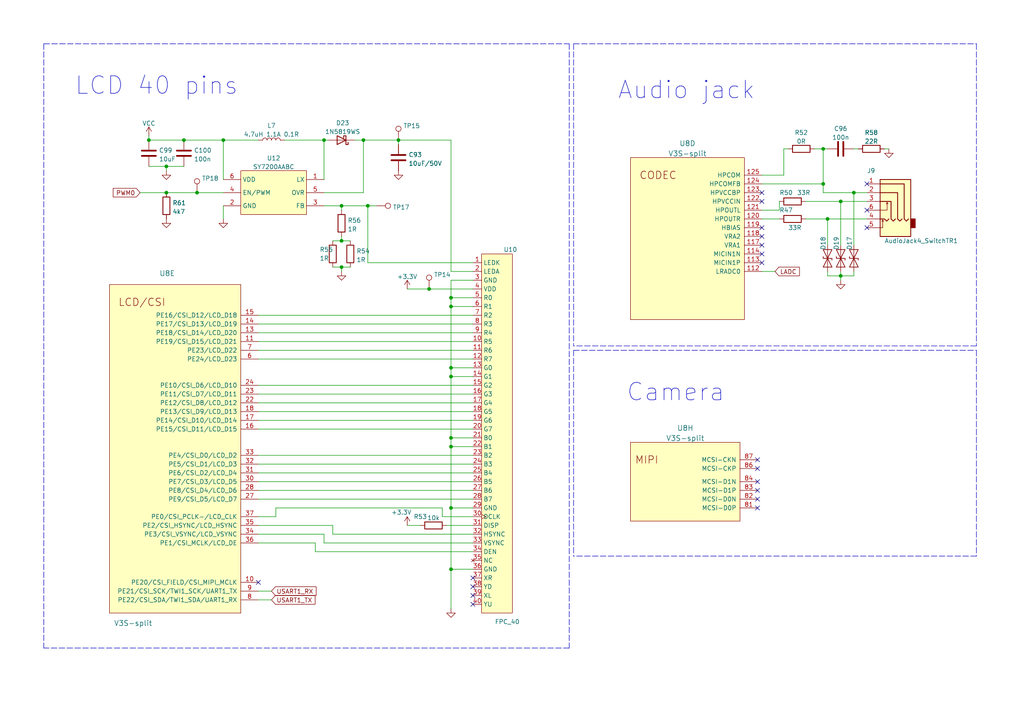
<source format=kicad_sch>
(kicad_sch (version 20211123) (generator eeschema)

  (uuid 2fdd38e2-336b-4d70-9724-e8f109edc303)

  (paper "A4")

  (title_block
    (title "OzzyBoard")
    (date "2023-03-10")
    (rev "0.91")
  )

  (lib_symbols
    (symbol "Allwinner:V3S-split" (pin_names (offset 1.016)) (in_bom yes) (on_board yes)
      (property "Reference" "U1" (id 0) (at -2.54 68.879 0)
        (effects (font (size 1.4986 1.4986)) (justify right top))
      )
      (property "Value" "V3S-split" (id 1) (at -20.32 -34.29 0)
        (effects (font (size 1.4986 1.4986)) (justify left bottom))
      )
      (property "Footprint" "Allwinner:V3s-ELQFP-128" (id 2) (at -2.54 -50.8 0)
        (effects (font (size 1.27 1.27)) hide)
      )
      (property "Datasheet" "" (id 3) (at 37.5513 76.0809 0)
        (effects (font (size 1.27 1.27)) hide)
      )
      (property "ki_locked" "" (id 4) (at 0 0 0)
        (effects (font (size 1.27 1.27)))
      )
      (symbol "V3S-split_1_0"
        (text "Power" (at -16.51 60.96 0)
          (effects (font (size 2.159 2.159)) (justify left bottom))
        )
        (pin power_in line (at 19.05 33.02 180) (length 5.08)
          (name "VCC-IO0" (effects (font (size 1.27 1.27))))
          (number "104" (effects (font (size 1.27 1.27))))
        )
        (pin power_in line (at 19.05 49.53 180) (length 5.08)
          (name "VDD-SYS1" (effects (font (size 1.27 1.27))))
          (number "108" (effects (font (size 1.27 1.27))))
        )
        (pin power_in line (at -22.86 31.75 0) (length 5.08)
          (name "AVCC" (effects (font (size 1.27 1.27))))
          (number "115" (effects (font (size 1.27 1.27))))
        )
        (pin power_in line (at -22.86 29.21 0) (length 5.08)
          (name "AGND" (effects (font (size 1.27 1.27))))
          (number "116" (effects (font (size 1.27 1.27))))
        )
        (pin power_in line (at 19.05 -5.08 180) (length 5.08)
          (name "VCC-PE0" (effects (font (size 1.27 1.27))))
          (number "12" (effects (font (size 1.27 1.27))))
        )
        (pin power_in line (at 19.05 46.99 180) (length 5.08)
          (name "VDD-SYS2" (effects (font (size 1.27 1.27))))
          (number "126" (effects (font (size 1.27 1.27))))
        )
        (pin power_in line (at 19.05 30.48 180) (length 5.08)
          (name "VCC-IO1" (effects (font (size 1.27 1.27))))
          (number "127" (effects (font (size 1.27 1.27))))
        )
        (pin power_in line (at 19.05 44.45 180) (length 5.08)
          (name "VDD-SYS3" (effects (font (size 1.27 1.27))))
          (number "19" (effects (font (size 1.27 1.27))))
        )
        (pin power_in line (at -22.86 49.53 0) (length 5.08)
          (name "VDD-CPU3" (effects (font (size 1.27 1.27))))
          (number "20" (effects (font (size 1.27 1.27))))
        )
        (pin power_in line (at -22.86 52.07 0) (length 5.08)
          (name "VDD-CPU2" (effects (font (size 1.27 1.27))))
          (number "21" (effects (font (size 1.27 1.27))))
        )
        (pin power_in line (at -22.86 54.61 0) (length 5.08)
          (name "VDD-CPU1" (effects (font (size 1.27 1.27))))
          (number "25" (effects (font (size 1.27 1.27))))
        )
        (pin power_in line (at -22.86 57.15 0) (length 5.08)
          (name "VDD-CPU0" (effects (font (size 1.27 1.27))))
          (number "26" (effects (font (size 1.27 1.27))))
        )
        (pin power_in line (at 19.05 -7.62 180) (length 5.08)
          (name "VCC-PE1" (effects (font (size 1.27 1.27))))
          (number "29" (effects (font (size 1.27 1.27))))
        )
        (pin power_in line (at -22.86 46.99 0) (length 5.08)
          (name "VDD-CPU4" (effects (font (size 1.27 1.27))))
          (number "38" (effects (font (size 1.27 1.27))))
        )
        (pin power_in line (at -22.86 44.45 0) (length 5.08)
          (name "VDD-CPU5" (effects (font (size 1.27 1.27))))
          (number "47" (effects (font (size 1.27 1.27))))
        )
        (pin power_in line (at 19.05 25.4 180) (length 5.08)
          (name "VCC-IO3" (effects (font (size 1.27 1.27))))
          (number "50" (effects (font (size 1.27 1.27))))
        )
        (pin power_in line (at -22.86 41.91 0) (length 5.08)
          (name "VDD-CPU6" (effects (font (size 1.27 1.27))))
          (number "51" (effects (font (size 1.27 1.27))))
        )
        (pin power_in line (at -22.86 39.37 0) (length 5.08)
          (name "VDD-CPU7" (effects (font (size 1.27 1.27))))
          (number "56" (effects (font (size 1.27 1.27))))
        )
        (pin power_in line (at 19.05 27.94 180) (length 5.08)
          (name "VCC-IO2" (effects (font (size 1.27 1.27))))
          (number "57" (effects (font (size 1.27 1.27))))
        )
        (pin power_in line (at 19.05 41.91 180) (length 5.08)
          (name "VDD-SYS4" (effects (font (size 1.27 1.27))))
          (number "58" (effects (font (size 1.27 1.27))))
        )
        (pin power_in line (at -22.86 -30.48 0) (length 5.08)
          (name "VCC-DRAM8" (effects (font (size 1.27 1.27))))
          (number "59" (effects (font (size 1.27 1.27))))
        )
        (pin power_in line (at -22.86 -33.02 0) (length 5.08)
          (name "VCC-DRAM9" (effects (font (size 1.27 1.27))))
          (number "60" (effects (font (size 1.27 1.27))))
        )
        (pin power_in line (at -22.86 -35.56 0) (length 5.08)
          (name "VCC-DRAM10" (effects (font (size 1.27 1.27))))
          (number "61" (effects (font (size 1.27 1.27))))
        )
        (pin power_in line (at -22.86 -38.1 0) (length 5.08)
          (name "VCC-DRAM11" (effects (font (size 1.27 1.27))))
          (number "62" (effects (font (size 1.27 1.27))))
        )
        (pin passive line (at -22.86 20.32 0) (length 5.08)
          (name "SVREF1" (effects (font (size 1.27 1.27))))
          (number "63" (effects (font (size 1.27 1.27))))
        )
        (pin power_in line (at 19.05 39.37 180) (length 5.08)
          (name "VDD-SYS5" (effects (font (size 1.27 1.27))))
          (number "64" (effects (font (size 1.27 1.27))))
        )
        (pin power_in line (at -22.86 -10.16 0) (length 5.08)
          (name "VCC-DRAM0" (effects (font (size 1.27 1.27))))
          (number "65" (effects (font (size 1.27 1.27))))
        )
        (pin power_in line (at -22.86 -12.7 0) (length 5.08)
          (name "VCC-DRAM1" (effects (font (size 1.27 1.27))))
          (number "66" (effects (font (size 1.27 1.27))))
        )
        (pin power_in line (at -22.86 -15.24 0) (length 5.08)
          (name "VCC-DRAM2" (effects (font (size 1.27 1.27))))
          (number "67" (effects (font (size 1.27 1.27))))
        )
        (pin power_in line (at -22.86 -17.78 0) (length 5.08)
          (name "VCC-DRAM3" (effects (font (size 1.27 1.27))))
          (number "68" (effects (font (size 1.27 1.27))))
        )
        (pin power_in line (at -22.86 -20.32 0) (length 5.08)
          (name "VCC-DRAM4" (effects (font (size 1.27 1.27))))
          (number "69" (effects (font (size 1.27 1.27))))
        )
        (pin power_in line (at -22.86 -22.86 0) (length 5.08)
          (name "VCC-DRAM5" (effects (font (size 1.27 1.27))))
          (number "70" (effects (font (size 1.27 1.27))))
        )
        (pin passive line (at -22.86 22.86 0) (length 5.08)
          (name "SVREF0" (effects (font (size 1.27 1.27))))
          (number "71" (effects (font (size 1.27 1.27))))
        )
        (pin power_in line (at -22.86 -25.4 0) (length 5.08)
          (name "VCC-DRAM6" (effects (font (size 1.27 1.27))))
          (number "72" (effects (font (size 1.27 1.27))))
        )
        (pin passive line (at 19.05 -12.7 180) (length 5.08)
          (name "SZQ" (effects (font (size 1.27 1.27))))
          (number "73" (effects (font (size 1.27 1.27))))
        )
        (pin power_in line (at 19.05 3.81 180) (length 5.08)
          (name "VCC-PLL" (effects (font (size 1.27 1.27))))
          (number "76" (effects (font (size 1.27 1.27))))
        )
        (pin power_in line (at -22.86 -27.94 0) (length 5.08)
          (name "VCC-DRAM7" (effects (font (size 1.27 1.27))))
          (number "79" (effects (font (size 1.27 1.27))))
        )
        (pin power_in line (at 19.05 52.07 180) (length 5.08)
          (name "VDD-SYS0" (effects (font (size 1.27 1.27))))
          (number "80" (effects (font (size 1.27 1.27))))
        )
        (pin input line (at 19.05 6.35 180) (length 5.08)
          (name "VCC-MCSI" (effects (font (size 1.27 1.27))))
          (number "85" (effects (font (size 1.27 1.27))))
        )
        (pin passive line (at -22.86 2.54 0) (length 5.08)
          (name "EPHY-VDD" (effects (font (size 1.27 1.27))))
          (number "88" (effects (font (size 1.27 1.27))))
        )
        (pin passive line (at -22.86 5.08 0) (length 5.08)
          (name "EPHY-VCC" (effects (font (size 1.27 1.27))))
          (number "93" (effects (font (size 1.27 1.27))))
        )
        (pin passive line (at 19.05 13.97 180) (length 5.08)
          (name "RTC-VIO" (effects (font (size 1.27 1.27))))
          (number "97" (effects (font (size 1.27 1.27))))
        )
        (pin power_in line (at 19.05 16.51 180) (length 5.08)
          (name "VCC-RTC" (effects (font (size 1.27 1.27))))
          (number "98" (effects (font (size 1.27 1.27))))
        )
        (pin input inverted (at 19.05 62.23 180) (length 5.08)
          (name "RESET" (effects (font (size 1.27 1.27))))
          (number "99" (effects (font (size 1.27 1.27))))
        )
        (pin power_in line (at 19.05 -38.1 180) (length 5.08)
          (name "EGND" (effects (font (size 1.27 1.27))))
          (number "GND$1" (effects (font (size 0 0))))
        )
        (pin power_in line (at 19.05 -35.56 180) (length 5.08)
          (name "EGND" (effects (font (size 1.27 1.27))))
          (number "GND$2" (effects (font (size 0 0))))
        )
        (pin power_in line (at 19.05 -33.02 180) (length 5.08)
          (name "EGND" (effects (font (size 1.27 1.27))))
          (number "GND$3" (effects (font (size 0 0))))
        )
        (pin power_in line (at 19.05 -30.48 180) (length 5.08)
          (name "EGND" (effects (font (size 1.27 1.27))))
          (number "GND$4" (effects (font (size 0 0))))
        )
        (pin power_in line (at 19.05 -27.94 180) (length 5.08)
          (name "EGND" (effects (font (size 1.27 1.27))))
          (number "GND$5" (effects (font (size 0 0))))
        )
        (pin power_in line (at 19.05 -25.4 180) (length 5.08)
          (name "EGND" (effects (font (size 1.27 1.27))))
          (number "GND$6" (effects (font (size 0 0))))
        )
        (pin power_in line (at 19.05 -22.86 180) (length 5.08)
          (name "EGND" (effects (font (size 1.27 1.27))))
          (number "GND$7" (effects (font (size 0 0))))
        )
        (pin power_in line (at 19.05 -20.32 180) (length 5.08)
          (name "EGND" (effects (font (size 1.27 1.27))))
          (number "GND$8" (effects (font (size 0 0))))
        )
        (pin power_in line (at 19.05 -17.78 180) (length 5.08)
          (name "EGND" (effects (font (size 1.27 1.27))))
          (number "GND$9" (effects (font (size 0 0))))
        )
      )
      (symbol "V3S-split_1_1"
        (rectangle (start -17.78 66.04) (end 13.97 -45.72)
          (stroke (width 0.1524) (type default) (color 0 0 0 0))
          (fill (type background))
        )
      )
      (symbol "V3S-split_2_0"
        (text "SDC0/UART0" (at -16.51 55.88 0)
          (effects (font (size 2.159 2.159)) (justify left bottom))
        )
        (pin bidirectional line (at 19.05 31.75 180) (length 5.08)
          (name "PF6" (effects (font (size 1.27 1.27))))
          (number "100" (effects (font (size 1.27 1.27))))
        )
        (pin bidirectional line (at 19.05 46.99 180) (length 5.08)
          (name "PF5/SDC0_D2/JTAG_CK1" (effects (font (size 1.27 1.27))))
          (number "101" (effects (font (size 1.27 1.27))))
        )
        (pin bidirectional line (at 19.05 44.45 180) (length 5.08)
          (name "PF4/SDC0_D3/UART0_RX" (effects (font (size 1.27 1.27))))
          (number "102" (effects (font (size 1.27 1.27))))
        )
        (pin bidirectional line (at 19.05 39.37 180) (length 5.08)
          (name "PF3/SDC0_CMD/JTAG_DO1" (effects (font (size 1.27 1.27))))
          (number "103" (effects (font (size 1.27 1.27))))
        )
        (pin bidirectional line (at 19.05 36.83 180) (length 5.08)
          (name "PF2/SDC0_CLK/UART0_TX" (effects (font (size 1.27 1.27))))
          (number "105" (effects (font (size 1.27 1.27))))
        )
        (pin bidirectional line (at 19.05 52.07 180) (length 5.08)
          (name "PF1/SDC0_D0/JTAG_DI1" (effects (font (size 1.27 1.27))))
          (number "106" (effects (font (size 1.27 1.27))))
        )
        (pin bidirectional line (at 19.05 49.53 180) (length 5.08)
          (name "PF0/SDC0_D1/JTAG_MS1" (effects (font (size 1.27 1.27))))
          (number "107" (effects (font (size 1.27 1.27))))
        )
      )
      (symbol "V3S-split_2_1"
        (rectangle (start -17.78 64.77) (end 13.97 27.94)
          (stroke (width 0.1524) (type default) (color 0 0 0 0))
          (fill (type background))
        )
      )
      (symbol "V3S-split_3_0"
        (text "PG/SDC1" (at -10.16 58.42 0)
          (effects (font (size 2.159 2.159)) (justify left bottom))
        )
        (pin bidirectional line (at 19.05 44.45 180) (length 5.08)
          (name "PG4/SDC1_D2/PG_EINT4" (effects (font (size 1.27 1.27))))
          (number "1" (effects (font (size 1.27 1.27))))
        )
        (pin bidirectional line (at 19.05 41.91 180) (length 5.08)
          (name "PG5/SDC1_D3/PG_EINT5" (effects (font (size 1.27 1.27))))
          (number "128" (effects (font (size 1.27 1.27))))
        )
        (pin bidirectional line (at 19.05 46.99 180) (length 5.08)
          (name "PG3/SDC1_D1/PG_EINT3" (effects (font (size 1.27 1.27))))
          (number "2" (effects (font (size 1.27 1.27))))
        )
        (pin bidirectional line (at 19.05 49.53 180) (length 5.08)
          (name "PG2/SDC1_D0/PG_EINT2" (effects (font (size 1.27 1.27))))
          (number "3" (effects (font (size 1.27 1.27))))
        )
        (pin bidirectional line (at 19.05 52.07 180) (length 5.08)
          (name "PG1/SDC1_CMD/PG_EINT1" (effects (font (size 1.27 1.27))))
          (number "4" (effects (font (size 1.27 1.27))))
        )
        (pin bidirectional line (at 19.05 54.61 180) (length 5.08)
          (name "PG0/SDC1_CLK/PG_EINT0" (effects (font (size 1.27 1.27))))
          (number "5" (effects (font (size 1.27 1.27))))
        )
      )
      (symbol "V3S-split_3_1"
        (rectangle (start -17.78 64.77) (end 13.97 38.1)
          (stroke (width 0.1524) (type default) (color 0 0 0 0))
          (fill (type background))
        )
      )
      (symbol "V3S-split_4_0"
        (text "CODEC" (at -15.24 58.42 0)
          (effects (font (size 2.159 2.159)) (justify left bottom))
        )
        (pin passive line (at 20.32 31.75 180) (length 5.08)
          (name "LRADC0" (effects (font (size 1.27 1.27))))
          (number "112" (effects (font (size 1.27 1.27))))
        )
        (pin passive line (at 20.32 34.29 180) (length 5.08)
          (name "MICIN1P" (effects (font (size 1.27 1.27))))
          (number "113" (effects (font (size 1.27 1.27))))
        )
        (pin passive line (at 20.32 36.83 180) (length 5.08)
          (name "MICIN1N" (effects (font (size 1.27 1.27))))
          (number "114" (effects (font (size 1.27 1.27))))
        )
        (pin power_out line (at 20.32 39.37 180) (length 5.08)
          (name "VRA1" (effects (font (size 1.27 1.27))))
          (number "117" (effects (font (size 1.27 1.27))))
        )
        (pin power_out line (at 20.32 41.91 180) (length 5.08)
          (name "VRA2" (effects (font (size 1.27 1.27))))
          (number "118" (effects (font (size 1.27 1.27))))
        )
        (pin passive line (at 20.32 44.45 180) (length 5.08)
          (name "HBIAS" (effects (font (size 1.27 1.27))))
          (number "119" (effects (font (size 1.27 1.27))))
        )
        (pin passive line (at 20.32 46.99 180) (length 5.08)
          (name "HPOUTR" (effects (font (size 1.27 1.27))))
          (number "120" (effects (font (size 1.27 1.27))))
        )
        (pin passive line (at 20.32 49.53 180) (length 5.08)
          (name "HPOUTL" (effects (font (size 1.27 1.27))))
          (number "121" (effects (font (size 1.27 1.27))))
        )
        (pin power_in line (at 20.32 52.07 180) (length 5.08)
          (name "HPVCCIN" (effects (font (size 1.27 1.27))))
          (number "122" (effects (font (size 1.27 1.27))))
        )
        (pin power_out line (at 20.32 54.61 180) (length 5.08)
          (name "HPVCCBP" (effects (font (size 1.27 1.27))))
          (number "123" (effects (font (size 1.27 1.27))))
        )
        (pin passive line (at 20.32 57.15 180) (length 5.08)
          (name "HPCOMFB" (effects (font (size 1.27 1.27))))
          (number "124" (effects (font (size 1.27 1.27))))
        )
        (pin passive line (at 20.32 59.69 180) (length 5.08)
          (name "HPCOM" (effects (font (size 1.27 1.27))))
          (number "125" (effects (font (size 1.27 1.27))))
        )
      )
      (symbol "V3S-split_4_1"
        (rectangle (start -17.78 64.77) (end 15.24 17.78)
          (stroke (width 0.1524) (type default) (color 0 0 0 0))
          (fill (type background))
        )
      )
      (symbol "V3S-split_5_0"
        (text "LCD/CSI" (at -19.05 58.42 0)
          (effects (font (size 2.159 2.159)) (justify left bottom))
        )
        (pin bidirectional line (at 21.59 -21.59 180) (length 5.08)
          (name "PE20/CSI_FIELD/CSI_MIPI_MCLK" (effects (font (size 1.27 1.27))))
          (number "10" (effects (font (size 1.27 1.27))))
        )
        (pin bidirectional line (at 21.59 48.26 180) (length 5.08)
          (name "PE19/CSI_D15/LCD_D21" (effects (font (size 1.27 1.27))))
          (number "11" (effects (font (size 1.27 1.27))))
        )
        (pin bidirectional line (at 21.59 50.8 180) (length 5.08)
          (name "PE18/CSI_D14/LCD_D20" (effects (font (size 1.27 1.27))))
          (number "13" (effects (font (size 1.27 1.27))))
        )
        (pin bidirectional line (at 21.59 53.34 180) (length 5.08)
          (name "PE17/CSI_D13/LCD_D19" (effects (font (size 1.27 1.27))))
          (number "14" (effects (font (size 1.27 1.27))))
        )
        (pin bidirectional line (at 21.59 55.88 180) (length 5.08)
          (name "PE16/CSI_D12/LCD_D18" (effects (font (size 1.27 1.27))))
          (number "15" (effects (font (size 1.27 1.27))))
        )
        (pin bidirectional line (at 21.59 22.86 180) (length 5.08)
          (name "PE15/CSI_D11/LCD_D15" (effects (font (size 1.27 1.27))))
          (number "16" (effects (font (size 1.27 1.27))))
        )
        (pin bidirectional line (at 21.59 25.4 180) (length 5.08)
          (name "PE14/CSI_D10/LCD_D14" (effects (font (size 1.27 1.27))))
          (number "17" (effects (font (size 1.27 1.27))))
        )
        (pin bidirectional line (at 21.59 27.94 180) (length 5.08)
          (name "PE13/CSI_D9/LCD_D13" (effects (font (size 1.27 1.27))))
          (number "18" (effects (font (size 1.27 1.27))))
        )
        (pin bidirectional line (at 21.59 30.48 180) (length 5.08)
          (name "PE12/CSI_D8/LCD_D12" (effects (font (size 1.27 1.27))))
          (number "22" (effects (font (size 1.27 1.27))))
        )
        (pin bidirectional line (at 21.59 33.02 180) (length 5.08)
          (name "PE11/CSI_D7/LCD_D11" (effects (font (size 1.27 1.27))))
          (number "23" (effects (font (size 1.27 1.27))))
        )
        (pin bidirectional line (at 21.59 35.56 180) (length 5.08)
          (name "PE10/CSI_D6/LCD_D10" (effects (font (size 1.27 1.27))))
          (number "24" (effects (font (size 1.27 1.27))))
        )
        (pin bidirectional line (at 21.59 2.54 180) (length 5.08)
          (name "PE9/CSI_D5/LCD_D7" (effects (font (size 1.27 1.27))))
          (number "27" (effects (font (size 1.27 1.27))))
        )
        (pin bidirectional line (at 21.59 5.08 180) (length 5.08)
          (name "PE8/CSI_D4/LCD_D6" (effects (font (size 1.27 1.27))))
          (number "28" (effects (font (size 1.27 1.27))))
        )
        (pin bidirectional line (at 21.59 7.62 180) (length 5.08)
          (name "PE7/CSI_D3/LCD_D5" (effects (font (size 1.27 1.27))))
          (number "30" (effects (font (size 1.27 1.27))))
        )
        (pin bidirectional line (at 21.59 10.16 180) (length 5.08)
          (name "PE6/CSI_D2/LCD_D4" (effects (font (size 1.27 1.27))))
          (number "31" (effects (font (size 1.27 1.27))))
        )
        (pin bidirectional line (at 21.59 12.7 180) (length 5.08)
          (name "PE5/CSI_D1/LCD_D3" (effects (font (size 1.27 1.27))))
          (number "32" (effects (font (size 1.27 1.27))))
        )
        (pin bidirectional line (at 21.59 15.24 180) (length 5.08)
          (name "PE4/CSI_D0/LCD_D2" (effects (font (size 1.27 1.27))))
          (number "33" (effects (font (size 1.27 1.27))))
        )
        (pin bidirectional line (at 21.59 -7.62 180) (length 5.08)
          (name "PE3/CSI_VSYNC/LCD_VSYNC" (effects (font (size 1.27 1.27))))
          (number "34" (effects (font (size 1.27 1.27))))
        )
        (pin bidirectional line (at 21.59 -5.08 180) (length 5.08)
          (name "PE2/CSI_HSYNC/LCD_HSYNC" (effects (font (size 1.27 1.27))))
          (number "35" (effects (font (size 1.27 1.27))))
        )
        (pin bidirectional line (at 21.59 -10.16 180) (length 5.08)
          (name "PE1/CSI_MCLK/LCD_DE" (effects (font (size 1.27 1.27))))
          (number "36" (effects (font (size 1.27 1.27))))
        )
        (pin bidirectional line (at 21.59 -2.54 180) (length 5.08)
          (name "PE0/CSI_PCLK-/LCD_CLK" (effects (font (size 1.27 1.27))))
          (number "37" (effects (font (size 1.27 1.27))))
        )
        (pin bidirectional line (at 21.59 43.18 180) (length 5.08)
          (name "PE24/LCD_D23" (effects (font (size 1.27 1.27))))
          (number "6" (effects (font (size 1.27 1.27))))
        )
        (pin bidirectional line (at 21.59 45.72 180) (length 5.08)
          (name "PE23/LCD_D22" (effects (font (size 1.27 1.27))))
          (number "7" (effects (font (size 1.27 1.27))))
        )
        (pin bidirectional line (at 21.59 -26.67 180) (length 5.08)
          (name "PE22/CSI_SDA/TWI1_SDA/UART1_RX" (effects (font (size 1.27 1.27))))
          (number "8" (effects (font (size 1.27 1.27))))
        )
        (pin bidirectional line (at 21.59 -24.13 180) (length 5.08)
          (name "PE21/CSI_SCK/TWI1_SCK/UART1_TX" (effects (font (size 1.27 1.27))))
          (number "9" (effects (font (size 1.27 1.27))))
        )
      )
      (symbol "V3S-split_5_1"
        (rectangle (start -21.59 64.77) (end 16.51 -30.48)
          (stroke (width 0.1524) (type default) (color 0 0 0 0))
          (fill (type background))
        )
      )
      (symbol "V3S-split_6_0"
        (text "USB" (at -16.51 58.42 0)
          (effects (font (size 2.159 2.159)) (justify left bottom))
        )
        (pin power_in line (at 19.05 53.34 180) (length 5.08)
          (name "VCC-USB" (effects (font (size 1.27 1.27))))
          (number "109" (effects (font (size 1.27 1.27))))
        )
        (pin passive line (at 19.05 55.88 180) (length 5.08)
          (name "USB-DM" (effects (font (size 1.27 1.27))))
          (number "110" (effects (font (size 1.27 1.27))))
        )
        (pin passive line (at 19.05 58.42 180) (length 5.08)
          (name "USB-DP" (effects (font (size 1.27 1.27))))
          (number "111" (effects (font (size 1.27 1.27))))
        )
      )
      (symbol "V3S-split_6_1"
        (rectangle (start -17.78 64.77) (end 13.97 48.26)
          (stroke (width 0.1524) (type default) (color 0 0 0 0))
          (fill (type background))
        )
      )
      (symbol "V3S-split_7_0"
        (text "RTC" (at -16.51 58.42 0)
          (effects (font (size 2.159 2.159)) (justify left bottom))
        )
        (pin passive line (at 19.05 57.15 180) (length 5.08)
          (name "X32KOUT" (effects (font (size 1.27 1.27))))
          (number "95" (effects (font (size 1.27 1.27))))
        )
        (pin passive line (at 19.05 59.69 180) (length 5.08)
          (name "X32KIN" (effects (font (size 1.27 1.27))))
          (number "96" (effects (font (size 1.27 1.27))))
        )
      )
      (symbol "V3S-split_7_1"
        (rectangle (start -17.78 64.77) (end 13.97 53.34)
          (stroke (width 0.1524) (type default) (color 0 0 0 0))
          (fill (type background))
        )
      )
      (symbol "V3S-split_8_0"
        (rectangle (start -17.78 64.77) (end 13.97 41.91)
          (stroke (width 0.1524) (type default) (color 0 0 0 0))
          (fill (type background))
        )
        (text "MIPI" (at -16.51 58.42 0)
          (effects (font (size 2.159 2.159)) (justify left bottom))
        )
        (pin input line (at 19.05 45.72 180) (length 5.08)
          (name "MCSI-D0P" (effects (font (size 1.27 1.27))))
          (number "81" (effects (font (size 1.27 1.27))))
        )
        (pin input line (at 19.05 48.26 180) (length 5.08)
          (name "MCSI-D0N" (effects (font (size 1.27 1.27))))
          (number "82" (effects (font (size 1.27 1.27))))
        )
        (pin input line (at 19.05 50.8 180) (length 5.08)
          (name "MCSI-D1P" (effects (font (size 1.27 1.27))))
          (number "83" (effects (font (size 1.27 1.27))))
        )
        (pin input line (at 19.05 53.34 180) (length 5.08)
          (name "MCSI-D1N" (effects (font (size 1.27 1.27))))
          (number "84" (effects (font (size 1.27 1.27))))
        )
        (pin output line (at 19.05 57.15 180) (length 5.08)
          (name "MCSI-CKP" (effects (font (size 1.27 1.27))))
          (number "86" (effects (font (size 1.27 1.27))))
        )
        (pin output line (at 19.05 59.69 180) (length 5.08)
          (name "MCSI-CKN" (effects (font (size 1.27 1.27))))
          (number "87" (effects (font (size 1.27 1.27))))
        )
      )
      (symbol "V3S-split_9_0"
        (rectangle (start -17.78 64.77) (end 13.97 44.45)
          (stroke (width 0.1524) (type default) (color 0 0 0 0))
          (fill (type background))
        )
        (text "SPI" (at -15.24 58.42 0)
          (effects (font (size 2.159 2.159)) (justify left bottom))
        )
        (pin bidirectional line (at 19.05 48.26 180) (length 5.08)
          (name "PC0/SDC2_CLK/SPI_MISO" (effects (font (size 1.27 1.27))))
          (number "52" (effects (font (size 1.27 1.27))))
        )
        (pin bidirectional line (at 19.05 50.8 180) (length 5.08)
          (name "PC1/SDC2_CMD/SPI_CLK" (effects (font (size 1.27 1.27))))
          (number "53" (effects (font (size 1.27 1.27))))
        )
        (pin bidirectional line (at 19.05 53.34 180) (length 5.08)
          (name "PC2/SDC2_RST/SPI_CS" (effects (font (size 1.27 1.27))))
          (number "54" (effects (font (size 1.27 1.27))))
        )
        (pin bidirectional line (at 19.05 55.88 180) (length 5.08)
          (name "PC3/SDC2_D0/SPI_MOSI" (effects (font (size 1.27 1.27))))
          (number "55" (effects (font (size 1.27 1.27))))
        )
      )
      (symbol "V3S-split_10_0"
        (rectangle (start -17.78 64.77) (end 13.97 53.34)
          (stroke (width 0.1524) (type default) (color 0 0 0 0))
          (fill (type background))
        )
        (text "SYSCLK" (at -16.51 59.69 0)
          (effects (font (size 2.159 2.159)) (justify left bottom))
        )
        (pin passive line (at 19.05 55.88 180) (length 5.08)
          (name "X24MOUT" (effects (font (size 1.27 1.27))))
          (number "74" (effects (font (size 1.27 1.27))))
        )
        (pin passive line (at 19.05 58.42 180) (length 5.08)
          (name "X24MIN" (effects (font (size 1.27 1.27))))
          (number "75" (effects (font (size 1.27 1.27))))
        )
      )
      (symbol "V3S-split_11_0"
        (rectangle (start -22.86 64.77) (end 15.24 10.16)
          (stroke (width 0.1524) (type default) (color 0 0 0 0))
          (fill (type background))
        )
        (text "PWM0/1" (at -21.59 39.37 0)
          (effects (font (size 2.159 2.159)) (justify left bottom))
        )
        (text "TWI0/1" (at -21.59 27.94 0)
          (effects (font (size 2.159 2.159)) (justify left bottom))
        )
        (text "UART2" (at -21.59 57.15 0)
          (effects (font (size 2.159 2.159)) (justify left bottom))
        )
        (pin bidirectional line (at 20.32 46.99 180) (length 5.08)
          (name "PB0/UART2_TX/PB_EINT0" (effects (font (size 1.27 1.27))))
          (number "39" (effects (font (size 1.27 1.27))))
        )
        (pin bidirectional line (at 20.32 49.53 180) (length 5.08)
          (name "PB1/UART2_RX/PB_EINT1" (effects (font (size 1.27 1.27))))
          (number "40" (effects (font (size 1.27 1.27))))
        )
        (pin bidirectional line (at 20.32 52.07 180) (length 5.08)
          (name "PB2/UART2_RTS/PB_EINT2" (effects (font (size 1.27 1.27))))
          (number "41" (effects (font (size 1.27 1.27))))
        )
        (pin bidirectional line (at 20.32 54.61 180) (length 5.08)
          (name "PB3/UART2_CTS/PB_EINT3" (effects (font (size 1.27 1.27))))
          (number "42" (effects (font (size 1.27 1.27))))
        )
        (pin bidirectional line (at 20.32 34.29 180) (length 5.08)
          (name "PB4/PWM0/PB_EINT4" (effects (font (size 1.27 1.27))))
          (number "43" (effects (font (size 1.27 1.27))))
        )
        (pin bidirectional line (at 20.32 36.83 180) (length 5.08)
          (name "PB5/PWM1/PB_EINT5" (effects (font (size 1.27 1.27))))
          (number "44" (effects (font (size 1.27 1.27))))
        )
        (pin bidirectional line (at 20.32 15.24 180) (length 5.08)
          (name "PB6/TWI0_SCK/PB_EINT6" (effects (font (size 1.27 1.27))))
          (number "45" (effects (font (size 1.27 1.27))))
        )
        (pin bidirectional line (at 20.32 17.78 180) (length 5.08)
          (name "PB7/TWI0_SDA/PB_EINT7" (effects (font (size 1.27 1.27))))
          (number "46" (effects (font (size 1.27 1.27))))
        )
        (pin bidirectional line (at 20.32 22.86 180) (length 5.08)
          (name "PB8/TWI1_SCK/UART0_TX/PB_EINT8" (effects (font (size 1.27 1.27))))
          (number "48" (effects (font (size 1.27 1.27))))
        )
        (pin bidirectional line (at 20.32 25.4 180) (length 5.08)
          (name "PB9/TWI1_SDA/UART0_RX/PB_EINT9" (effects (font (size 1.27 1.27))))
          (number "49" (effects (font (size 1.27 1.27))))
        )
      )
      (symbol "V3S-split_12_0"
        (rectangle (start -17.78 64.77) (end 13.97 36.83)
          (stroke (width 0.1524) (type default) (color 0 0 0 0))
          (fill (type background))
        )
        (text "EPHY" (at -15.24 59.69 0)
          (effects (font (size 2.159 2.159)) (justify left bottom))
        )
        (pin passive line (at 19.05 40.64 180) (length 5.08)
          (name "EPHY-LINK-LED" (effects (font (size 1.27 1.27))))
          (number "77" (effects (font (size 1.27 1.27))))
        )
        (pin passive line (at 19.05 43.18 180) (length 5.08)
          (name "EPHY-SPD-LED" (effects (font (size 1.27 1.27))))
          (number "78" (effects (font (size 1.27 1.27))))
        )
        (pin passive line (at 19.05 48.26 180) (length 5.08)
          (name "EPHY-RXN" (effects (font (size 1.27 1.27))))
          (number "89" (effects (font (size 1.27 1.27))))
        )
        (pin passive line (at 19.05 50.8 180) (length 5.08)
          (name "EPHY-RXP" (effects (font (size 1.27 1.27))))
          (number "90" (effects (font (size 1.27 1.27))))
        )
        (pin passive line (at 19.05 53.34 180) (length 5.08)
          (name "EPHY-TXN" (effects (font (size 1.27 1.27))))
          (number "91" (effects (font (size 1.27 1.27))))
        )
        (pin passive line (at 19.05 55.88 180) (length 5.08)
          (name "EPHY-TXP" (effects (font (size 1.27 1.27))))
          (number "92" (effects (font (size 1.27 1.27))))
        )
        (pin passive line (at 19.05 58.42 180) (length 5.08)
          (name "EPHY-RTX" (effects (font (size 1.27 1.27))))
          (number "94" (effects (font (size 1.27 1.27))))
        )
      )
    )
    (symbol "Connector:AudioJack4_SwitchTR1" (in_bom yes) (on_board yes)
      (property "Reference" "J6" (id 0) (at 5.08 8.89 0)
        (effects (font (size 1.27 1.27)) (justify right))
      )
      (property "Value" "AudioJack4_SwitchTR1" (id 1) (at 0 -11.43 0)
        (effects (font (size 1.27 1.27)) (justify right))
      )
      (property "Footprint" "Connector_Audio:Jack_3.5mm_PJ311_Horizontal" (id 2) (at 1.27 0 0)
        (effects (font (size 1.27 1.27)) hide)
      )
      (property "Datasheet" "~" (id 3) (at 1.27 0 0)
        (effects (font (size 1.27 1.27)) hide)
      )
      (property "LCSC" "C388632" (id 4) (at 0 0 0)
        (effects (font (size 1.27 1.27)) hide)
      )
      (property "ki_keywords" "audio jack receptacle stereo headphones phones TRS connector" (id 5) (at 0 0 0)
        (effects (font (size 1.27 1.27)) hide)
      )
      (property "ki_description" "Audio Jack, 4 Poles (Stereo / TRRS), Switched TR1 Poles (Normalling)" (id 6) (at 0 0 0)
        (effects (font (size 1.27 1.27)) hide)
      )
      (property "ki_fp_filters" "Jack*" (id 7) (at 0 0 0)
        (effects (font (size 1.27 1.27)) hide)
      )
      (symbol "AudioJack4_SwitchTR1_0_1"
        (rectangle (start -7.62 -5.08) (end -8.89 -7.62)
          (stroke (width 0.254) (type default) (color 0 0 0 0))
          (fill (type outline))
        )
        (polyline
          (pts
            (xy 1.27 -5.08)
            (xy 2.54 -5.08)
          )
          (stroke (width 0) (type default) (color 0 0 0 0))
          (fill (type none))
        )
        (polyline
          (pts
            (xy 1.27 2.54)
            (xy 2.54 2.54)
          )
          (stroke (width 0) (type default) (color 0 0 0 0))
          (fill (type none))
        )
        (polyline
          (pts
            (xy 2.54 0)
            (xy 1.27 0)
          )
          (stroke (width 0) (type default) (color 0 0 0 0))
          (fill (type none))
        )
        (polyline
          (pts
            (xy 2.54 5.08)
            (xy 1.27 5.08)
          )
          (stroke (width 0) (type default) (color 0 0 0 0))
          (fill (type none))
        )
        (rectangle (start 1.27 6.35) (end -7.62 -10.16)
          (stroke (width 0.254) (type default) (color 0 0 0 0))
          (fill (type background))
        )
      )
      (symbol "AudioJack4_SwitchTR1_1_1"
        (polyline
          (pts
            (xy -0.762 -0.254)
            (xy -0.508 -0.762)
          )
          (stroke (width 0) (type default) (color 0 0 0 0))
          (fill (type none))
        )
        (polyline
          (pts
            (xy 0.508 -5.334)
            (xy 0.762 -5.842)
          )
          (stroke (width 0) (type default) (color 0 0 0 0))
          (fill (type none))
        )
        (polyline
          (pts
            (xy -1.27 -5.08)
            (xy -0.635 -5.715)
            (xy 0 -5.08)
            (xy 1.27 -5.08)
          )
          (stroke (width 0.254) (type default) (color 0 0 0 0))
          (fill (type none))
        )
        (polyline
          (pts
            (xy 2.54 -7.62)
            (xy 0.508 -7.62)
            (xy 0.508 -5.334)
            (xy 0.254 -5.842)
          )
          (stroke (width 0) (type default) (color 0 0 0 0))
          (fill (type none))
        )
        (polyline
          (pts
            (xy 2.54 -2.54)
            (xy -0.762 -2.54)
            (xy -0.762 -0.254)
            (xy -1.016 -0.762)
          )
          (stroke (width 0) (type default) (color 0 0 0 0))
          (fill (type none))
        )
        (polyline
          (pts
            (xy -3.175 -5.08)
            (xy -2.54 -5.715)
            (xy -1.905 -5.08)
            (xy -1.905 0)
            (xy 1.27 0)
          )
          (stroke (width 0.254) (type default) (color 0 0 0 0))
          (fill (type none))
        )
        (polyline
          (pts
            (xy 1.27 2.54)
            (xy -3.81 2.54)
            (xy -3.81 -5.08)
            (xy -4.445 -5.715)
            (xy -5.08 -5.08)
          )
          (stroke (width 0.254) (type default) (color 0 0 0 0))
          (fill (type none))
        )
        (polyline
          (pts
            (xy 1.27 5.08)
            (xy -5.715 5.08)
            (xy -5.715 -5.08)
            (xy -6.35 -5.715)
            (xy -6.985 -5.08)
          )
          (stroke (width 0.254) (type default) (color 0 0 0 0))
          (fill (type none))
        )
        (pin passive line (at 5.08 5.08 180) (length 2.54)
          (name "~" (effects (font (size 1.27 1.27))))
          (number "1" (effects (font (size 1.27 1.27))))
        )
        (pin passive line (at 5.08 2.54 180) (length 2.54)
          (name "~" (effects (font (size 1.27 1.27))))
          (number "2" (effects (font (size 1.27 1.27))))
        )
        (pin passive line (at 5.08 0 180) (length 2.54)
          (name "~" (effects (font (size 1.27 1.27))))
          (number "3" (effects (font (size 1.27 1.27))))
        )
        (pin passive line (at 5.08 -5.08 180) (length 2.54)
          (name "~" (effects (font (size 1.27 1.27))))
          (number "4" (effects (font (size 1.27 1.27))))
        )
        (pin passive line (at 5.08 -7.62 180) (length 2.54)
          (name "~" (effects (font (size 1.27 1.27))))
          (number "5" (effects (font (size 1.27 1.27))))
        )
        (pin passive line (at 5.08 -2.54 180) (length 2.54)
          (name "~" (effects (font (size 1.27 1.27))))
          (number "6" (effects (font (size 1.27 1.27))))
        )
      )
    )
    (symbol "Connector:TestPoint" (pin_numbers hide) (pin_names (offset 0.762) hide) (in_bom yes) (on_board yes)
      (property "Reference" "TP" (id 0) (at 0 6.858 0)
        (effects (font (size 1.27 1.27)))
      )
      (property "Value" "TestPoint" (id 1) (at 0 5.08 0)
        (effects (font (size 1.27 1.27)))
      )
      (property "Footprint" "" (id 2) (at 5.08 0 0)
        (effects (font (size 1.27 1.27)) hide)
      )
      (property "Datasheet" "~" (id 3) (at 5.08 0 0)
        (effects (font (size 1.27 1.27)) hide)
      )
      (property "ki_keywords" "test point tp" (id 4) (at 0 0 0)
        (effects (font (size 1.27 1.27)) hide)
      )
      (property "ki_description" "test point" (id 5) (at 0 0 0)
        (effects (font (size 1.27 1.27)) hide)
      )
      (property "ki_fp_filters" "Pin* Test*" (id 6) (at 0 0 0)
        (effects (font (size 1.27 1.27)) hide)
      )
      (symbol "TestPoint_0_1"
        (circle (center 0 3.302) (radius 0.762)
          (stroke (width 0) (type default) (color 0 0 0 0))
          (fill (type none))
        )
      )
      (symbol "TestPoint_1_1"
        (pin passive line (at 0 0 90) (length 2.54)
          (name "1" (effects (font (size 1.27 1.27))))
          (number "1" (effects (font (size 1.27 1.27))))
        )
      )
    )
    (symbol "Device:C" (pin_numbers hide) (pin_names (offset 0.254)) (in_bom yes) (on_board yes)
      (property "Reference" "C" (id 0) (at 0.635 2.54 0)
        (effects (font (size 1.27 1.27)) (justify left))
      )
      (property "Value" "C" (id 1) (at 0.635 -2.54 0)
        (effects (font (size 1.27 1.27)) (justify left))
      )
      (property "Footprint" "" (id 2) (at 0.9652 -3.81 0)
        (effects (font (size 1.27 1.27)) hide)
      )
      (property "Datasheet" "~" (id 3) (at 0 0 0)
        (effects (font (size 1.27 1.27)) hide)
      )
      (property "ki_keywords" "cap capacitor" (id 4) (at 0 0 0)
        (effects (font (size 1.27 1.27)) hide)
      )
      (property "ki_description" "Unpolarized capacitor" (id 5) (at 0 0 0)
        (effects (font (size 1.27 1.27)) hide)
      )
      (property "ki_fp_filters" "C_*" (id 6) (at 0 0 0)
        (effects (font (size 1.27 1.27)) hide)
      )
      (symbol "C_0_1"
        (polyline
          (pts
            (xy -2.032 -0.762)
            (xy 2.032 -0.762)
          )
          (stroke (width 0.508) (type default) (color 0 0 0 0))
          (fill (type none))
        )
        (polyline
          (pts
            (xy -2.032 0.762)
            (xy 2.032 0.762)
          )
          (stroke (width 0.508) (type default) (color 0 0 0 0))
          (fill (type none))
        )
      )
      (symbol "C_1_1"
        (pin passive line (at 0 3.81 270) (length 2.794)
          (name "~" (effects (font (size 1.27 1.27))))
          (number "1" (effects (font (size 1.27 1.27))))
        )
        (pin passive line (at 0 -3.81 90) (length 2.794)
          (name "~" (effects (font (size 1.27 1.27))))
          (number "2" (effects (font (size 1.27 1.27))))
        )
      )
    )
    (symbol "Device:L" (pin_numbers hide) (pin_names (offset 1.016) hide) (in_bom yes) (on_board yes)
      (property "Reference" "L" (id 0) (at -1.27 0 90)
        (effects (font (size 1.27 1.27)))
      )
      (property "Value" "L" (id 1) (at 1.905 0 90)
        (effects (font (size 1.27 1.27)))
      )
      (property "Footprint" "" (id 2) (at 0 0 0)
        (effects (font (size 1.27 1.27)) hide)
      )
      (property "Datasheet" "~" (id 3) (at 0 0 0)
        (effects (font (size 1.27 1.27)) hide)
      )
      (property "ki_keywords" "inductor choke coil reactor magnetic" (id 4) (at 0 0 0)
        (effects (font (size 1.27 1.27)) hide)
      )
      (property "ki_description" "Inductor" (id 5) (at 0 0 0)
        (effects (font (size 1.27 1.27)) hide)
      )
      (property "ki_fp_filters" "Choke_* *Coil* Inductor_* L_*" (id 6) (at 0 0 0)
        (effects (font (size 1.27 1.27)) hide)
      )
      (symbol "L_0_1"
        (arc (start 0 -2.54) (mid 0.635 -1.905) (end 0 -1.27)
          (stroke (width 0) (type default) (color 0 0 0 0))
          (fill (type none))
        )
        (arc (start 0 -1.27) (mid 0.635 -0.635) (end 0 0)
          (stroke (width 0) (type default) (color 0 0 0 0))
          (fill (type none))
        )
        (arc (start 0 0) (mid 0.635 0.635) (end 0 1.27)
          (stroke (width 0) (type default) (color 0 0 0 0))
          (fill (type none))
        )
        (arc (start 0 1.27) (mid 0.635 1.905) (end 0 2.54)
          (stroke (width 0) (type default) (color 0 0 0 0))
          (fill (type none))
        )
      )
      (symbol "L_1_1"
        (pin passive line (at 0 3.81 270) (length 1.27)
          (name "1" (effects (font (size 1.27 1.27))))
          (number "1" (effects (font (size 1.27 1.27))))
        )
        (pin passive line (at 0 -3.81 90) (length 1.27)
          (name "2" (effects (font (size 1.27 1.27))))
          (number "2" (effects (font (size 1.27 1.27))))
        )
      )
    )
    (symbol "Device:R" (pin_numbers hide) (pin_names (offset 0)) (in_bom yes) (on_board yes)
      (property "Reference" "R" (id 0) (at 2.032 0 90)
        (effects (font (size 1.27 1.27)))
      )
      (property "Value" "R" (id 1) (at 0 0 90)
        (effects (font (size 1.27 1.27)))
      )
      (property "Footprint" "" (id 2) (at -1.778 0 90)
        (effects (font (size 1.27 1.27)) hide)
      )
      (property "Datasheet" "~" (id 3) (at 0 0 0)
        (effects (font (size 1.27 1.27)) hide)
      )
      (property "ki_keywords" "R res resistor" (id 4) (at 0 0 0)
        (effects (font (size 1.27 1.27)) hide)
      )
      (property "ki_description" "Resistor" (id 5) (at 0 0 0)
        (effects (font (size 1.27 1.27)) hide)
      )
      (property "ki_fp_filters" "R_*" (id 6) (at 0 0 0)
        (effects (font (size 1.27 1.27)) hide)
      )
      (symbol "R_0_1"
        (rectangle (start -1.016 -2.54) (end 1.016 2.54)
          (stroke (width 0.254) (type default) (color 0 0 0 0))
          (fill (type none))
        )
      )
      (symbol "R_1_1"
        (pin passive line (at 0 3.81 270) (length 1.27)
          (name "~" (effects (font (size 1.27 1.27))))
          (number "1" (effects (font (size 1.27 1.27))))
        )
        (pin passive line (at 0 -3.81 90) (length 1.27)
          (name "~" (effects (font (size 1.27 1.27))))
          (number "2" (effects (font (size 1.27 1.27))))
        )
      )
    )
    (symbol "Diode:1N5819WS" (pin_numbers hide) (pin_names (offset 1.016) hide) (in_bom yes) (on_board yes)
      (property "Reference" "D" (id 0) (at 0 2.54 0)
        (effects (font (size 1.27 1.27)))
      )
      (property "Value" "1N5819WS" (id 1) (at 0 -2.54 0)
        (effects (font (size 1.27 1.27)))
      )
      (property "Footprint" "Diode_SMD:D_SOD-323" (id 2) (at 0 -4.445 0)
        (effects (font (size 1.27 1.27)) hide)
      )
      (property "Datasheet" "https://datasheet.lcsc.com/lcsc/2204281430_Guangdong-Hottech-1N5819WS_C191023.pdf" (id 3) (at 0 0 0)
        (effects (font (size 1.27 1.27)) hide)
      )
      (property "ki_keywords" "diode Schottky" (id 4) (at 0 0 0)
        (effects (font (size 1.27 1.27)) hide)
      )
      (property "ki_description" "40V 600mV@1A 1A SOD-323 Schottky Barrier Diodes, SOD-323" (id 5) (at 0 0 0)
        (effects (font (size 1.27 1.27)) hide)
      )
      (property "ki_fp_filters" "D*SOD?323*" (id 6) (at 0 0 0)
        (effects (font (size 1.27 1.27)) hide)
      )
      (symbol "1N5819WS_0_1"
        (polyline
          (pts
            (xy 1.27 0)
            (xy -1.27 0)
          )
          (stroke (width 0) (type default) (color 0 0 0 0))
          (fill (type none))
        )
        (polyline
          (pts
            (xy 1.27 1.27)
            (xy 1.27 -1.27)
            (xy -1.27 0)
            (xy 1.27 1.27)
          )
          (stroke (width 0.254) (type default) (color 0 0 0 0))
          (fill (type none))
        )
        (polyline
          (pts
            (xy -1.905 0.635)
            (xy -1.905 1.27)
            (xy -1.27 1.27)
            (xy -1.27 -1.27)
            (xy -0.635 -1.27)
            (xy -0.635 -0.635)
          )
          (stroke (width 0.254) (type default) (color 0 0 0 0))
          (fill (type none))
        )
      )
      (symbol "1N5819WS_1_1"
        (pin passive line (at -3.81 0 0) (length 2.54)
          (name "K" (effects (font (size 1.27 1.27))))
          (number "1" (effects (font (size 1.27 1.27))))
        )
        (pin passive line (at 3.81 0 180) (length 2.54)
          (name "A" (effects (font (size 1.27 1.27))))
          (number "2" (effects (font (size 1.27 1.27))))
        )
      )
    )
    (symbol "Diode:ESD9B3.3ST5G" (pin_numbers hide) (pin_names (offset 1.016) hide) (in_bom yes) (on_board yes)
      (property "Reference" "D" (id 0) (at 0 2.54 0)
        (effects (font (size 1.27 1.27)))
      )
      (property "Value" "ESD9B3.3ST5G" (id 1) (at 0 -2.54 0)
        (effects (font (size 1.27 1.27)))
      )
      (property "Footprint" "Diode_SMD:D_SOD-923" (id 2) (at 0 0 0)
        (effects (font (size 1.27 1.27)) hide)
      )
      (property "Datasheet" "https://www.onsemi.com/pub/Collateral/ESD9B-D.PDF" (id 3) (at 0 0 0)
        (effects (font (size 1.27 1.27)) hide)
      )
      (property "ki_keywords" "diode TVS ESD" (id 4) (at 0 0 0)
        (effects (font (size 1.27 1.27)) hide)
      )
      (property "ki_description" "ESD protection diode, 3.3Vrwm, SOD-923" (id 5) (at 0 0 0)
        (effects (font (size 1.27 1.27)) hide)
      )
      (property "ki_fp_filters" "D*SOD?923*" (id 6) (at 0 0 0)
        (effects (font (size 1.27 1.27)) hide)
      )
      (symbol "ESD9B3.3ST5G_0_1"
        (polyline
          (pts
            (xy 1.27 0)
            (xy -1.27 0)
          )
          (stroke (width 0) (type default) (color 0 0 0 0))
          (fill (type none))
        )
        (polyline
          (pts
            (xy -2.54 -1.27)
            (xy 0 0)
            (xy -2.54 1.27)
            (xy -2.54 -1.27)
          )
          (stroke (width 0.2032) (type default) (color 0 0 0 0))
          (fill (type none))
        )
        (polyline
          (pts
            (xy 0.508 1.27)
            (xy 0 1.27)
            (xy 0 -1.27)
            (xy -0.508 -1.27)
          )
          (stroke (width 0.2032) (type default) (color 0 0 0 0))
          (fill (type none))
        )
        (polyline
          (pts
            (xy 2.54 1.27)
            (xy 2.54 -1.27)
            (xy 0 0)
            (xy 2.54 1.27)
          )
          (stroke (width 0.2032) (type default) (color 0 0 0 0))
          (fill (type none))
        )
      )
      (symbol "ESD9B3.3ST5G_1_1"
        (pin passive line (at -3.81 0 0) (length 2.54)
          (name "A1" (effects (font (size 1.27 1.27))))
          (number "1" (effects (font (size 1.27 1.27))))
        )
        (pin passive line (at 3.81 0 180) (length 2.54)
          (name "A2" (effects (font (size 1.27 1.27))))
          (number "2" (effects (font (size 1.27 1.27))))
        )
      )
    )
    (symbol "FPC_SCREENS:FPC_40" (in_bom yes) (on_board yes)
      (property "Reference" "U" (id 0) (at 3.81 49.53 0)
        (effects (font (size 1.27 1.27)))
      )
      (property "Value" "FPC_40" (id 1) (at 2.54 -58.42 0)
        (effects (font (size 1.27 1.27)))
      )
      (property "Footprint" "Connector_FFC-FPC:Hirose_FH12-40S-0.5SH_1x40-1MP_P0.50mm_Horizontal" (id 2) (at 2.54 22.86 0)
        (effects (font (size 1.27 1.27)) hide)
      )
      (property "Datasheet" "" (id 3) (at 2.54 22.86 0)
        (effects (font (size 1.27 1.27)) hide)
      )
      (property "LCSC" "C202114" (id 4) (at 0 0 0)
        (effects (font (size 1.27 1.27)))
      )
      (symbol "FPC_40_0_1"
        (rectangle (start -3.81 48.26) (end 5.08 -55.88)
          (stroke (width 0.1524) (type default) (color 0 0 0 0))
          (fill (type background))
        )
      )
      (symbol "FPC_40_1_1"
        (pin input line (at -6.35 45.72 0) (length 2.54)
          (name "LEDK" (effects (font (size 1.27 1.27))))
          (number "1" (effects (font (size 1.27 1.27))))
        )
        (pin input line (at -6.35 22.86 0) (length 2.54)
          (name "R5" (effects (font (size 1.27 1.27))))
          (number "10" (effects (font (size 1.27 1.27))))
        )
        (pin input line (at -6.35 20.32 0) (length 2.54)
          (name "R6" (effects (font (size 1.27 1.27))))
          (number "11" (effects (font (size 1.27 1.27))))
        )
        (pin input line (at -6.35 17.78 0) (length 2.54)
          (name "R7" (effects (font (size 1.27 1.27))))
          (number "12" (effects (font (size 1.27 1.27))))
        )
        (pin input line (at -6.35 15.24 0) (length 2.54)
          (name "G0" (effects (font (size 1.27 1.27))))
          (number "13" (effects (font (size 1.27 1.27))))
        )
        (pin input line (at -6.35 12.7 0) (length 2.54)
          (name "G1" (effects (font (size 1.27 1.27))))
          (number "14" (effects (font (size 1.27 1.27))))
        )
        (pin input line (at -6.35 10.16 0) (length 2.54)
          (name "G2" (effects (font (size 1.27 1.27))))
          (number "15" (effects (font (size 1.27 1.27))))
        )
        (pin input line (at -6.35 7.62 0) (length 2.54)
          (name "G3" (effects (font (size 1.27 1.27))))
          (number "16" (effects (font (size 1.27 1.27))))
        )
        (pin input line (at -6.35 5.08 0) (length 2.54)
          (name "G4" (effects (font (size 1.27 1.27))))
          (number "17" (effects (font (size 1.27 1.27))))
        )
        (pin input line (at -6.35 2.54 0) (length 2.54)
          (name "G5" (effects (font (size 1.27 1.27))))
          (number "18" (effects (font (size 1.27 1.27))))
        )
        (pin input line (at -6.35 0 0) (length 2.54)
          (name "G6" (effects (font (size 1.27 1.27))))
          (number "19" (effects (font (size 1.27 1.27))))
        )
        (pin input line (at -6.35 43.18 0) (length 2.54)
          (name "LEDA" (effects (font (size 1.27 1.27))))
          (number "2" (effects (font (size 1.27 1.27))))
        )
        (pin input line (at -6.35 -2.54 0) (length 2.54)
          (name "G7" (effects (font (size 1.27 1.27))))
          (number "20" (effects (font (size 1.27 1.27))))
        )
        (pin input line (at -6.35 -5.08 0) (length 2.54)
          (name "B0" (effects (font (size 1.27 1.27))))
          (number "21" (effects (font (size 1.27 1.27))))
        )
        (pin input line (at -6.35 -7.62 0) (length 2.54)
          (name "B1" (effects (font (size 1.27 1.27))))
          (number "22" (effects (font (size 1.27 1.27))))
        )
        (pin input line (at -6.35 -10.16 0) (length 2.54)
          (name "B2" (effects (font (size 1.27 1.27))))
          (number "23" (effects (font (size 1.27 1.27))))
        )
        (pin input line (at -6.35 -12.7 0) (length 2.54)
          (name "B3" (effects (font (size 1.27 1.27))))
          (number "24" (effects (font (size 1.27 1.27))))
        )
        (pin input line (at -6.35 -15.24 0) (length 2.54)
          (name "B4" (effects (font (size 1.27 1.27))))
          (number "25" (effects (font (size 1.27 1.27))))
        )
        (pin input line (at -6.35 -17.78 0) (length 2.54)
          (name "B5" (effects (font (size 1.27 1.27))))
          (number "26" (effects (font (size 1.27 1.27))))
        )
        (pin input line (at -6.35 -20.32 0) (length 2.54)
          (name "B6" (effects (font (size 1.27 1.27))))
          (number "27" (effects (font (size 1.27 1.27))))
        )
        (pin input line (at -6.35 -22.86 0) (length 2.54)
          (name "B7" (effects (font (size 1.27 1.27))))
          (number "28" (effects (font (size 1.27 1.27))))
        )
        (pin power_in line (at -6.35 -25.4 0) (length 2.54)
          (name "GND" (effects (font (size 1.27 1.27))))
          (number "29" (effects (font (size 1.27 1.27))))
        )
        (pin power_in line (at -6.35 40.64 0) (length 2.54)
          (name "GND" (effects (font (size 1.27 1.27))))
          (number "3" (effects (font (size 1.27 1.27))))
        )
        (pin input clock (at -6.35 -27.94 0) (length 2.54)
          (name "DCLK" (effects (font (size 1.27 1.27))))
          (number "30" (effects (font (size 1.27 1.27))))
        )
        (pin input line (at -6.35 -30.48 0) (length 2.54)
          (name "DISP" (effects (font (size 1.27 1.27))))
          (number "31" (effects (font (size 1.27 1.27))))
        )
        (pin input line (at -6.35 -33.02 0) (length 2.54)
          (name "HSYNC" (effects (font (size 1.27 1.27))))
          (number "32" (effects (font (size 1.27 1.27))))
        )
        (pin input line (at -6.35 -35.56 0) (length 2.54)
          (name "VSYNC" (effects (font (size 1.27 1.27))))
          (number "33" (effects (font (size 1.27 1.27))))
        )
        (pin input line (at -6.35 -38.1 0) (length 2.54)
          (name "DEN" (effects (font (size 1.27 1.27))))
          (number "34" (effects (font (size 1.27 1.27))))
        )
        (pin no_connect line (at -6.35 -40.64 0) (length 2.54)
          (name "NC" (effects (font (size 1.27 1.27))))
          (number "35" (effects (font (size 1.27 1.27))))
        )
        (pin power_in line (at -6.35 -43.18 0) (length 2.54)
          (name "GND" (effects (font (size 1.27 1.27))))
          (number "36" (effects (font (size 1.27 1.27))))
        )
        (pin output line (at -6.35 -45.72 0) (length 2.54)
          (name "XR" (effects (font (size 1.27 1.27))))
          (number "37" (effects (font (size 1.27 1.27))))
        )
        (pin output line (at -6.35 -48.26 0) (length 2.54)
          (name "YD" (effects (font (size 1.27 1.27))))
          (number "38" (effects (font (size 1.27 1.27))))
        )
        (pin output line (at -6.35 -50.8 0) (length 2.54)
          (name "XL" (effects (font (size 1.27 1.27))))
          (number "39" (effects (font (size 1.27 1.27))))
        )
        (pin power_in line (at -6.35 38.1 0) (length 2.54)
          (name "VDD" (effects (font (size 1.27 1.27))))
          (number "4" (effects (font (size 1.27 1.27))))
        )
        (pin output line (at -6.35 -53.34 0) (length 2.54)
          (name "YU" (effects (font (size 1.27 1.27))))
          (number "40" (effects (font (size 1.27 1.27))))
        )
        (pin input line (at -6.35 35.56 0) (length 2.54)
          (name "R0" (effects (font (size 1.27 1.27))))
          (number "5" (effects (font (size 1.27 1.27))))
        )
        (pin input line (at -6.35 33.02 0) (length 2.54)
          (name "R1" (effects (font (size 1.27 1.27))))
          (number "6" (effects (font (size 1.27 1.27))))
        )
        (pin input line (at -6.35 30.48 0) (length 2.54)
          (name "R2" (effects (font (size 1.27 1.27))))
          (number "7" (effects (font (size 1.27 1.27))))
        )
        (pin input line (at -6.35 27.94 0) (length 2.54)
          (name "R3" (effects (font (size 1.27 1.27))))
          (number "8" (effects (font (size 1.27 1.27))))
        )
        (pin input line (at -6.35 25.4 0) (length 2.54)
          (name "R4" (effects (font (size 1.27 1.27))))
          (number "9" (effects (font (size 1.27 1.27))))
        )
      )
    )
    (symbol "LED_DRIVER:SY7200AABC" (in_bom yes) (on_board yes)
      (property "Reference" "U" (id 0) (at 7.62 8.89 0)
        (effects (font (size 1.27 1.27)))
      )
      (property "Value" "SY7200AABC" (id 1) (at 3.81 -6.35 0)
        (effects (font (size 1.27 1.27)))
      )
      (property "Footprint" "Package_TO_SOT_SMD:SOT-23-6" (id 2) (at -2.54 -10.16 0)
        (effects (font (size 1.27 1.27)) hide)
      )
      (property "Datasheet" "" (id 3) (at -2.54 0 0)
        (effects (font (size 1.27 1.27)) hide)
      )
      (property "LCSC" "C107309" (id 4) (at 5.08 -8.89 0)
        (effects (font (size 1.27 1.27)) hide)
      )
      (symbol "SY7200AABC_0_1"
        (rectangle (start -10.16 7.62) (end 8.89 -5.08)
          (stroke (width 0.1524) (type default) (color 0 0 0 0))
          (fill (type background))
        )
      )
      (symbol "SY7200AABC_1_0"
        (pin power_out line (at 13.97 5.08 180) (length 5.08)
          (name "LX" (effects (font (size 1.27 1.27))))
          (number "1" (effects (font (size 1.27 1.27))))
        )
        (pin power_in line (at -15.24 -2.54 0) (length 5.08)
          (name "GND" (effects (font (size 1.27 1.27))))
          (number "2" (effects (font (size 1.27 1.27))))
        )
        (pin input line (at 13.97 -2.54 180) (length 5.08)
          (name "FB" (effects (font (size 1.27 1.27))))
          (number "3" (effects (font (size 1.27 1.27))))
        )
        (pin input line (at -15.24 1.27 0) (length 5.08)
          (name "EN/PWM" (effects (font (size 1.27 1.27))))
          (number "4" (effects (font (size 1.27 1.27))))
        )
        (pin input line (at 13.97 1.27 180) (length 5.08)
          (name "OVR" (effects (font (size 1.27 1.27))))
          (number "5" (effects (font (size 1.27 1.27))))
        )
        (pin power_in line (at -15.24 5.08 0) (length 5.08)
          (name "VDD" (effects (font (size 1.27 1.27))))
          (number "6" (effects (font (size 1.27 1.27))))
        )
      )
    )
    (symbol "power:+3.3V" (power) (pin_names (offset 0)) (in_bom yes) (on_board yes)
      (property "Reference" "#PWR" (id 0) (at 0 -3.81 0)
        (effects (font (size 1.27 1.27)) hide)
      )
      (property "Value" "+3.3V" (id 1) (at 0 3.556 0)
        (effects (font (size 1.27 1.27)))
      )
      (property "Footprint" "" (id 2) (at 0 0 0)
        (effects (font (size 1.27 1.27)) hide)
      )
      (property "Datasheet" "" (id 3) (at 0 0 0)
        (effects (font (size 1.27 1.27)) hide)
      )
      (property "ki_keywords" "power-flag" (id 4) (at 0 0 0)
        (effects (font (size 1.27 1.27)) hide)
      )
      (property "ki_description" "Power symbol creates a global label with name \"+3.3V\"" (id 5) (at 0 0 0)
        (effects (font (size 1.27 1.27)) hide)
      )
      (symbol "+3.3V_0_1"
        (polyline
          (pts
            (xy -0.762 1.27)
            (xy 0 2.54)
          )
          (stroke (width 0) (type default) (color 0 0 0 0))
          (fill (type none))
        )
        (polyline
          (pts
            (xy 0 0)
            (xy 0 2.54)
          )
          (stroke (width 0) (type default) (color 0 0 0 0))
          (fill (type none))
        )
        (polyline
          (pts
            (xy 0 2.54)
            (xy 0.762 1.27)
          )
          (stroke (width 0) (type default) (color 0 0 0 0))
          (fill (type none))
        )
      )
      (symbol "+3.3V_1_1"
        (pin power_in line (at 0 0 90) (length 0) hide
          (name "+3.3V" (effects (font (size 1.27 1.27))))
          (number "1" (effects (font (size 1.27 1.27))))
        )
      )
    )
    (symbol "power:GND" (power) (pin_names (offset 0)) (in_bom yes) (on_board yes)
      (property "Reference" "#PWR" (id 0) (at 0 -6.35 0)
        (effects (font (size 1.27 1.27)) hide)
      )
      (property "Value" "GND" (id 1) (at 0 -3.81 0)
        (effects (font (size 1.27 1.27)))
      )
      (property "Footprint" "" (id 2) (at 0 0 0)
        (effects (font (size 1.27 1.27)) hide)
      )
      (property "Datasheet" "" (id 3) (at 0 0 0)
        (effects (font (size 1.27 1.27)) hide)
      )
      (property "ki_keywords" "power-flag" (id 4) (at 0 0 0)
        (effects (font (size 1.27 1.27)) hide)
      )
      (property "ki_description" "Power symbol creates a global label with name \"GND\" , ground" (id 5) (at 0 0 0)
        (effects (font (size 1.27 1.27)) hide)
      )
      (symbol "GND_0_1"
        (polyline
          (pts
            (xy 0 0)
            (xy 0 -1.27)
            (xy 1.27 -1.27)
            (xy 0 -2.54)
            (xy -1.27 -1.27)
            (xy 0 -1.27)
          )
          (stroke (width 0) (type default) (color 0 0 0 0))
          (fill (type none))
        )
      )
      (symbol "GND_1_1"
        (pin power_in line (at 0 0 270) (length 0) hide
          (name "GND" (effects (font (size 1.27 1.27))))
          (number "1" (effects (font (size 1.27 1.27))))
        )
      )
    )
    (symbol "power:VCC" (power) (pin_names (offset 0)) (in_bom yes) (on_board yes)
      (property "Reference" "#PWR" (id 0) (at 0 -3.81 0)
        (effects (font (size 1.27 1.27)) hide)
      )
      (property "Value" "VCC" (id 1) (at 0 3.81 0)
        (effects (font (size 1.27 1.27)))
      )
      (property "Footprint" "" (id 2) (at 0 0 0)
        (effects (font (size 1.27 1.27)) hide)
      )
      (property "Datasheet" "" (id 3) (at 0 0 0)
        (effects (font (size 1.27 1.27)) hide)
      )
      (property "ki_keywords" "power-flag" (id 4) (at 0 0 0)
        (effects (font (size 1.27 1.27)) hide)
      )
      (property "ki_description" "Power symbol creates a global label with name \"VCC\"" (id 5) (at 0 0 0)
        (effects (font (size 1.27 1.27)) hide)
      )
      (symbol "VCC_0_1"
        (polyline
          (pts
            (xy -0.762 1.27)
            (xy 0 2.54)
          )
          (stroke (width 0) (type default) (color 0 0 0 0))
          (fill (type none))
        )
        (polyline
          (pts
            (xy 0 0)
            (xy 0 2.54)
          )
          (stroke (width 0) (type default) (color 0 0 0 0))
          (fill (type none))
        )
        (polyline
          (pts
            (xy 0 2.54)
            (xy 0.762 1.27)
          )
          (stroke (width 0) (type default) (color 0 0 0 0))
          (fill (type none))
        )
      )
      (symbol "VCC_1_1"
        (pin power_in line (at 0 0 90) (length 0) hide
          (name "VCC" (effects (font (size 1.27 1.27))))
          (number "1" (effects (font (size 1.27 1.27))))
        )
      )
    )
  )

  (junction (at 105.41 40.64) (diameter 0) (color 0 0 0 0)
    (uuid 1c699321-e958-4e73-aa0d-893b4ebd31f7)
  )
  (junction (at 48.26 55.88) (diameter 0) (color 0 0 0 0)
    (uuid 1cf805da-d4bb-4a45-9c51-9b9bfd1e8210)
  )
  (junction (at 99.06 69.85) (diameter 0) (color 0 0 0 0)
    (uuid 4334edaf-3f78-4aac-941e-f56fae3a28d1)
  )
  (junction (at 130.81 86.36) (diameter 0) (color 0 0 0 0)
    (uuid 4494181b-5fcb-4ce9-9252-0ef0b028d102)
  )
  (junction (at 243.84 80.01) (diameter 0) (color 0 0 0 0)
    (uuid 4e0d6417-f645-467b-b61c-eddec94878e7)
  )
  (junction (at 130.81 109.22) (diameter 0) (color 0 0 0 0)
    (uuid 5270f595-35c9-4edb-87e9-bb9396ca7e48)
  )
  (junction (at 130.81 165.1) (diameter 0) (color 0 0 0 0)
    (uuid 546b2cb1-e1c7-4609-8da6-d406572e0433)
  )
  (junction (at 247.65 55.88) (diameter 0) (color 0 0 0 0)
    (uuid 640dd2c7-ddf5-4314-8e16-abb9f227846d)
  )
  (junction (at 64.77 40.64) (diameter 0) (color 0 0 0 0)
    (uuid 761cf4a9-f5ec-4688-a900-87a6c9339780)
  )
  (junction (at 243.84 58.42) (diameter 0) (color 0 0 0 0)
    (uuid 7fbc8180-b895-4ab8-9e36-dbc61d24a6ac)
  )
  (junction (at 130.81 127) (diameter 0) (color 0 0 0 0)
    (uuid 82fcef76-bfa2-4754-abfa-4b3b5b9eb3d4)
  )
  (junction (at 124.46 83.82) (diameter 0) (color 0 0 0 0)
    (uuid 832b10ab-e768-4876-b9fa-418ead2c82b3)
  )
  (junction (at 130.81 129.54) (diameter 0) (color 0 0 0 0)
    (uuid 875ba69d-5614-46d0-adbc-d83741de23e1)
  )
  (junction (at 130.81 88.9) (diameter 0) (color 0 0 0 0)
    (uuid a34b4493-cd44-49f5-b665-a152d5888ff1)
  )
  (junction (at 130.81 147.32) (diameter 0) (color 0 0 0 0)
    (uuid a6c42f6c-72ec-4f18-a301-ea558b0fcb96)
  )
  (junction (at 238.76 43.18) (diameter 0) (color 0 0 0 0)
    (uuid a9f98cef-597a-4938-a780-897fe706bb07)
  )
  (junction (at 115.57 40.64) (diameter 0) (color 0 0 0 0)
    (uuid aaaea52b-0c79-4caf-8c34-16baae197286)
  )
  (junction (at 240.03 63.5) (diameter 0) (color 0 0 0 0)
    (uuid ac1ba8aa-b803-45f3-b9b7-76de16daa409)
  )
  (junction (at 48.26 48.26) (diameter 0) (color 0 0 0 0)
    (uuid b6cc56ea-d5e1-4394-833a-5901be941fd4)
  )
  (junction (at 238.76 53.34) (diameter 0) (color 0 0 0 0)
    (uuid bdcdf2e8-fbf6-4111-bfb2-83a7efe2b603)
  )
  (junction (at 130.81 106.68) (diameter 0) (color 0 0 0 0)
    (uuid d240036c-3f1b-45e8-ae55-8a1687cff915)
  )
  (junction (at 43.18 40.64) (diameter 0) (color 0 0 0 0)
    (uuid d6e36daf-1c89-4004-8c72-9f6954c4af79)
  )
  (junction (at 57.15 55.88) (diameter 0) (color 0 0 0 0)
    (uuid df49218f-1c9e-459f-abef-3a28611dd4f4)
  )
  (junction (at 99.06 59.69) (diameter 0) (color 0 0 0 0)
    (uuid e7775d59-eae5-4f72-9952-72b47d3f9478)
  )
  (junction (at 106.68 59.69) (diameter 0) (color 0 0 0 0)
    (uuid f0486755-1f3c-4ba7-9ce3-0d4d7de8d2df)
  )
  (junction (at 99.06 77.47) (diameter 0) (color 0 0 0 0)
    (uuid f6944155-c80d-43c5-8755-6caff6348de2)
  )
  (junction (at 53.34 40.64) (diameter 0) (color 0 0 0 0)
    (uuid fca11c0c-f706-4ca2-9a13-2fcb24d57cdf)
  )
  (junction (at 93.98 40.64) (diameter 0) (color 0 0 0 0)
    (uuid fd1110c1-5003-4e75-ab7f-78ada17f4758)
  )

  (no_connect (at 220.98 68.58) (uuid 0f8b07dc-5373-47e4-b10b-e7ca14781462))
  (no_connect (at 220.98 76.2) (uuid 18d25b0c-e1d5-4c5f-b4f4-ec56d75620c7))
  (no_connect (at 251.46 53.34) (uuid 26f644d6-c77c-4443-9ab2-4f50fa419e3b))
  (no_connect (at 74.93 168.91) (uuid 28185b8a-59ac-4035-89d7-03ea9fbe14e8))
  (no_connect (at 251.46 60.96) (uuid 31523cdc-314d-419b-b1ed-20d991897bad))
  (no_connect (at 219.71 135.89) (uuid 3caddb7e-5468-4344-8932-e1495b1f98bb))
  (no_connect (at 219.71 142.24) (uuid 4ab1f446-ecd7-433e-b3ca-5541884a941c))
  (no_connect (at 219.71 144.78) (uuid 565b184f-de5e-4ae0-a960-5be34bf29e41))
  (no_connect (at 220.98 58.42) (uuid 80682056-51e2-4163-ab01-a756c2fd6c81))
  (no_connect (at 219.71 133.35) (uuid 85732145-74d2-442d-8465-8f5769beb9f0))
  (no_connect (at 220.98 71.12) (uuid 96315042-de53-47ac-8921-0c595637b6fd))
  (no_connect (at 220.98 73.66) (uuid 9fe6b732-e35b-4077-8120-e60199b98ee8))
  (no_connect (at 220.98 55.88) (uuid a0d5a815-8dad-4821-b62a-2956a6f6f580))
  (no_connect (at 219.71 139.7) (uuid a0e96c13-2b6a-4d60-acdc-e8fac05a0cd2))
  (no_connect (at 137.16 172.72) (uuid ab877b0b-55ec-4f38-8ad0-63d47577010a))
  (no_connect (at 137.16 167.64) (uuid ab877b0b-55ec-4f38-8ad0-63d47577010b))
  (no_connect (at 137.16 170.18) (uuid ab877b0b-55ec-4f38-8ad0-63d47577010c))
  (no_connect (at 137.16 175.26) (uuid ab877b0b-55ec-4f38-8ad0-63d47577010d))
  (no_connect (at 219.71 147.32) (uuid b12b96ea-91f4-4937-8389-e27908196225))
  (no_connect (at 251.46 66.04) (uuid b4240f17-d81d-4ad4-9cef-beedb8025549))
  (no_connect (at 220.98 66.04) (uuid cf9c0a4e-97d8-43ad-b963-8a055ca8142b))

  (wire (pts (xy 74.93 154.94) (xy 93.98 154.94))
    (stroke (width 0) (type default) (color 0 0 0 0))
    (uuid 04a1b0a9-66ed-4747-9321-17c98ca74634)
  )
  (wire (pts (xy 99.06 68.58) (xy 99.06 69.85))
    (stroke (width 0) (type default) (color 0 0 0 0))
    (uuid 05f5b727-dde9-49ec-a374-13f4850edef0)
  )
  (wire (pts (xy 128.27 147.32) (xy 128.27 149.86))
    (stroke (width 0) (type default) (color 0 0 0 0))
    (uuid 06ce2649-a62e-49f2-aa5a-25520bad3f62)
  )
  (wire (pts (xy 99.06 77.47) (xy 101.6 77.47))
    (stroke (width 0) (type default) (color 0 0 0 0))
    (uuid 0711b897-3da3-481e-b6de-fdb97adee075)
  )
  (wire (pts (xy 118.11 152.4) (xy 121.92 152.4))
    (stroke (width 0) (type default) (color 0 0 0 0))
    (uuid 077379d0-049f-4bea-af81-bb9862529fa7)
  )
  (wire (pts (xy 130.81 106.68) (xy 130.81 109.22))
    (stroke (width 0) (type default) (color 0 0 0 0))
    (uuid 087f7dd4-6de2-4bac-805b-e384845d9263)
  )
  (wire (pts (xy 238.76 43.18) (xy 240.03 43.18))
    (stroke (width 0) (type default) (color 0 0 0 0))
    (uuid 08d0ef87-d16b-4fd2-8ac3-450ef9fa8259)
  )
  (wire (pts (xy 220.98 60.96) (xy 226.06 60.96))
    (stroke (width 0) (type default) (color 0 0 0 0))
    (uuid 098bc8ef-6e6c-431e-be5d-715291427a6b)
  )
  (wire (pts (xy 93.98 40.64) (xy 95.25 40.64))
    (stroke (width 0) (type default) (color 0 0 0 0))
    (uuid 0afd34f4-e135-4513-a2b1-f0c1a80b6de5)
  )
  (wire (pts (xy 105.41 40.64) (xy 115.57 40.64))
    (stroke (width 0) (type default) (color 0 0 0 0))
    (uuid 0b6f1093-2e62-47e7-a267-4d3dccc81a33)
  )
  (wire (pts (xy 137.16 78.74) (xy 130.81 78.74))
    (stroke (width 0) (type default) (color 0 0 0 0))
    (uuid 0ee6e789-9551-429b-acf0-b32a0661a5da)
  )
  (wire (pts (xy 64.77 59.69) (xy 64.77 63.5))
    (stroke (width 0) (type default) (color 0 0 0 0))
    (uuid 0f10d470-33c9-460e-b9b9-437bf22c1cb1)
  )
  (wire (pts (xy 220.98 78.74) (xy 224.79 78.74))
    (stroke (width 0) (type default) (color 0 0 0 0))
    (uuid 0fb9a67c-2f63-481b-81d4-736da6395488)
  )
  (wire (pts (xy 243.84 80.01) (xy 247.65 80.01))
    (stroke (width 0) (type default) (color 0 0 0 0))
    (uuid 0fe933f7-b64d-4dcf-a46c-1ad4249ca249)
  )
  (wire (pts (xy 74.93 96.52) (xy 137.16 96.52))
    (stroke (width 0) (type default) (color 0 0 0 0))
    (uuid 12cc92f4-bc71-4ce2-b27e-a054841b9e7f)
  )
  (wire (pts (xy 240.03 80.01) (xy 243.84 80.01))
    (stroke (width 0) (type default) (color 0 0 0 0))
    (uuid 1356a54a-5dd5-4a16-92bb-bda6bf5633d6)
  )
  (wire (pts (xy 106.68 76.2) (xy 106.68 59.69))
    (stroke (width 0) (type default) (color 0 0 0 0))
    (uuid 15f91e53-9395-42c9-80d0-45b5176ad165)
  )
  (wire (pts (xy 74.93 121.92) (xy 137.16 121.92))
    (stroke (width 0) (type default) (color 0 0 0 0))
    (uuid 175e657d-241d-4402-a9bc-967f20446b22)
  )
  (wire (pts (xy 243.84 58.42) (xy 243.84 71.12))
    (stroke (width 0) (type default) (color 0 0 0 0))
    (uuid 1b0b37e9-ae70-4588-a559-11115cb0fd0a)
  )
  (wire (pts (xy 74.93 101.6) (xy 137.16 101.6))
    (stroke (width 0) (type default) (color 0 0 0 0))
    (uuid 1e595efd-13b2-4dac-9e04-b4aeaf239bf1)
  )
  (wire (pts (xy 130.81 88.9) (xy 137.16 88.9))
    (stroke (width 0) (type default) (color 0 0 0 0))
    (uuid 1f066f11-b81f-40f8-b387-b649489491ea)
  )
  (wire (pts (xy 74.93 139.7) (xy 137.16 139.7))
    (stroke (width 0) (type default) (color 0 0 0 0))
    (uuid 20a72e51-3b82-4a4b-873e-3a0e49268356)
  )
  (wire (pts (xy 130.81 78.74) (xy 130.81 40.64))
    (stroke (width 0) (type default) (color 0 0 0 0))
    (uuid 20e4c4ad-e88d-4b75-929d-b8435fa80315)
  )
  (wire (pts (xy 48.26 55.88) (xy 57.15 55.88))
    (stroke (width 0) (type default) (color 0 0 0 0))
    (uuid 216e2fbe-a881-4b52-a1ea-12a0e84fcef1)
  )
  (wire (pts (xy 102.87 40.64) (xy 105.41 40.64))
    (stroke (width 0) (type default) (color 0 0 0 0))
    (uuid 232b486e-6416-479b-ab71-a91d10e273fe)
  )
  (wire (pts (xy 48.26 48.26) (xy 53.34 48.26))
    (stroke (width 0) (type default) (color 0 0 0 0))
    (uuid 24c61a20-25be-4d07-a93c-6e616fb0a977)
  )
  (wire (pts (xy 99.06 59.69) (xy 106.68 59.69))
    (stroke (width 0) (type default) (color 0 0 0 0))
    (uuid 26f7ee12-efe3-4888-a5e5-079ce5d6c357)
  )
  (wire (pts (xy 74.93 91.44) (xy 137.16 91.44))
    (stroke (width 0) (type default) (color 0 0 0 0))
    (uuid 2783a755-e750-4e78-a802-c62e57a22f12)
  )
  (wire (pts (xy 238.76 43.18) (xy 238.76 53.34))
    (stroke (width 0) (type default) (color 0 0 0 0))
    (uuid 29733f48-0289-4421-9ae8-79788f5c661f)
  )
  (polyline (pts (xy 283.21 161.29) (xy 166.37 161.29))
    (stroke (width 0) (type default) (color 0 0 0 0))
    (uuid 2acef56b-3def-45d5-8dfe-3ac874164e0b)
  )

  (wire (pts (xy 74.93 104.14) (xy 137.16 104.14))
    (stroke (width 0) (type default) (color 0 0 0 0))
    (uuid 2b4aecda-fedb-417f-b5ac-a48a8373d19d)
  )
  (polyline (pts (xy 165.1 187.96) (xy 12.7 187.96))
    (stroke (width 0) (type default) (color 0 0 0 0))
    (uuid 3122a8ae-5cd9-41c2-bf73-68c0261a0edb)
  )

  (wire (pts (xy 130.81 127) (xy 130.81 129.54))
    (stroke (width 0) (type default) (color 0 0 0 0))
    (uuid 31f8f5ee-0eaf-401a-ae2d-54d861dd7cd5)
  )
  (wire (pts (xy 80.01 147.32) (xy 128.27 147.32))
    (stroke (width 0) (type default) (color 0 0 0 0))
    (uuid 320f26f3-1a40-4dd7-9d9a-1f0cb8c38c71)
  )
  (wire (pts (xy 74.93 132.08) (xy 137.16 132.08))
    (stroke (width 0) (type default) (color 0 0 0 0))
    (uuid 33a0402a-f292-4002-b09c-910a7bb6c449)
  )
  (wire (pts (xy 130.81 40.64) (xy 115.57 40.64))
    (stroke (width 0) (type default) (color 0 0 0 0))
    (uuid 33af4b67-f8bf-49b2-8b20-0a0126b2abef)
  )
  (wire (pts (xy 74.93 116.84) (xy 137.16 116.84))
    (stroke (width 0) (type default) (color 0 0 0 0))
    (uuid 33c8c1e4-75a2-466a-8ae6-b40d22132385)
  )
  (polyline (pts (xy 166.37 101.6) (xy 283.21 101.6))
    (stroke (width 0) (type dash) (color 0 0 0 0))
    (uuid 354205d5-6c6b-40d0-9258-10bfc986dd23)
  )

  (wire (pts (xy 74.93 157.48) (xy 91.44 157.48))
    (stroke (width 0) (type default) (color 0 0 0 0))
    (uuid 3a605d17-abae-4165-a2b8-df733f91a057)
  )
  (wire (pts (xy 109.22 59.69) (xy 106.68 59.69))
    (stroke (width 0) (type default) (color 0 0 0 0))
    (uuid 3d4cabe9-ed2b-45ff-92aa-7698345f8e5f)
  )
  (wire (pts (xy 137.16 76.2) (xy 106.68 76.2))
    (stroke (width 0) (type default) (color 0 0 0 0))
    (uuid 3ed4a9df-5a4c-4cab-a879-7b7f547a90f3)
  )
  (wire (pts (xy 74.93 171.45) (xy 78.74 171.45))
    (stroke (width 0) (type default) (color 0 0 0 0))
    (uuid 41f49d61-56a1-4787-898e-0722cf855dd7)
  )
  (wire (pts (xy 74.93 173.99) (xy 78.74 173.99))
    (stroke (width 0) (type default) (color 0 0 0 0))
    (uuid 42177b37-9e7b-4bde-9697-8731bba367c3)
  )
  (wire (pts (xy 130.81 127) (xy 137.16 127))
    (stroke (width 0) (type default) (color 0 0 0 0))
    (uuid 46103027-ac68-429d-8c1d-422208dbfe1d)
  )
  (wire (pts (xy 96.52 77.47) (xy 99.06 77.47))
    (stroke (width 0) (type default) (color 0 0 0 0))
    (uuid 46bd9f2c-a544-4132-88c7-61518fd984ec)
  )
  (wire (pts (xy 74.93 119.38) (xy 137.16 119.38))
    (stroke (width 0) (type default) (color 0 0 0 0))
    (uuid 46df83f1-8e62-46e3-92ad-1d9a74e5820a)
  )
  (polyline (pts (xy 166.37 101.6) (xy 166.37 161.29))
    (stroke (width 0) (type default) (color 0 0 0 0))
    (uuid 4afe8d91-44e0-4ea0-bccc-9a1ec3d9db86)
  )

  (wire (pts (xy 130.81 88.9) (xy 130.81 106.68))
    (stroke (width 0) (type default) (color 0 0 0 0))
    (uuid 4b5555ca-e468-4c91-872f-2e4c3f04906e)
  )
  (wire (pts (xy 233.68 58.42) (xy 243.84 58.42))
    (stroke (width 0) (type default) (color 0 0 0 0))
    (uuid 4cb1c4d5-6ae5-45a9-ac40-37d6f7b28343)
  )
  (wire (pts (xy 64.77 52.07) (xy 64.77 40.64))
    (stroke (width 0) (type default) (color 0 0 0 0))
    (uuid 4cb97acc-a3c0-4dc3-8df5-9e482b83236d)
  )
  (wire (pts (xy 243.84 78.74) (xy 243.84 80.01))
    (stroke (width 0) (type default) (color 0 0 0 0))
    (uuid 52caf873-50d6-46ea-ac82-7998bb975907)
  )
  (wire (pts (xy 130.81 147.32) (xy 137.16 147.32))
    (stroke (width 0) (type default) (color 0 0 0 0))
    (uuid 55253cd9-6e63-48a1-95a3-b07e3c92d9e3)
  )
  (wire (pts (xy 130.81 129.54) (xy 137.16 129.54))
    (stroke (width 0) (type default) (color 0 0 0 0))
    (uuid 589f1b2a-d954-4e71-ba8b-0d24fcf608cd)
  )
  (wire (pts (xy 99.06 69.85) (xy 96.52 69.85))
    (stroke (width 0) (type default) (color 0 0 0 0))
    (uuid 5d7ba4f0-ca87-4dfc-9ff2-5c089d69b016)
  )
  (wire (pts (xy 80.01 149.86) (xy 80.01 147.32))
    (stroke (width 0) (type default) (color 0 0 0 0))
    (uuid 610534f0-2a8d-4e23-959b-431f11baa63c)
  )
  (wire (pts (xy 57.15 55.88) (xy 64.77 55.88))
    (stroke (width 0) (type default) (color 0 0 0 0))
    (uuid 613c547d-8959-4581-bc0a-15a119d8b5b3)
  )
  (wire (pts (xy 105.41 55.88) (xy 105.41 40.64))
    (stroke (width 0) (type default) (color 0 0 0 0))
    (uuid 61bf97f7-b85c-45a2-8e7b-2ad95266b906)
  )
  (wire (pts (xy 118.11 83.82) (xy 124.46 83.82))
    (stroke (width 0) (type default) (color 0 0 0 0))
    (uuid 6473095d-112f-42fa-8e8b-662410e5d18a)
  )
  (wire (pts (xy 137.16 81.28) (xy 130.81 81.28))
    (stroke (width 0) (type default) (color 0 0 0 0))
    (uuid 69392f0e-b1ae-431e-8bf0-a76ada3d6926)
  )
  (wire (pts (xy 220.98 53.34) (xy 238.76 53.34))
    (stroke (width 0) (type default) (color 0 0 0 0))
    (uuid 6a22673a-ce62-47ff-9da9-a975d2a4b7d8)
  )
  (wire (pts (xy 64.77 40.64) (xy 53.34 40.64))
    (stroke (width 0) (type default) (color 0 0 0 0))
    (uuid 7089a305-a026-4790-af37-ecdc193b802e)
  )
  (wire (pts (xy 74.93 134.62) (xy 137.16 134.62))
    (stroke (width 0) (type default) (color 0 0 0 0))
    (uuid 70e0f122-e82c-4470-9e79-da51c9f536c6)
  )
  (wire (pts (xy 48.26 48.26) (xy 48.26 49.53))
    (stroke (width 0) (type default) (color 0 0 0 0))
    (uuid 71041d93-f108-4e8c-a3d1-050bb5e9a3b6)
  )
  (wire (pts (xy 247.65 55.88) (xy 238.76 55.88))
    (stroke (width 0) (type default) (color 0 0 0 0))
    (uuid 71abd69e-ad7c-49d5-b2f8-72976dc10e93)
  )
  (wire (pts (xy 240.03 78.74) (xy 240.03 80.01))
    (stroke (width 0) (type default) (color 0 0 0 0))
    (uuid 71acdddd-40d2-4c9f-b455-2f86b1422f49)
  )
  (wire (pts (xy 96.52 152.4) (xy 96.52 154.94))
    (stroke (width 0) (type default) (color 0 0 0 0))
    (uuid 72709b72-c11c-4cc6-a743-93204cd9dbe6)
  )
  (wire (pts (xy 243.84 58.42) (xy 251.46 58.42))
    (stroke (width 0) (type default) (color 0 0 0 0))
    (uuid 76127952-7b98-4e7e-9705-c970592c19c0)
  )
  (wire (pts (xy 40.64 55.88) (xy 48.26 55.88))
    (stroke (width 0) (type default) (color 0 0 0 0))
    (uuid 7b063518-2669-4010-8d4a-3c983bb7addb)
  )
  (wire (pts (xy 130.81 165.1) (xy 137.16 165.1))
    (stroke (width 0) (type default) (color 0 0 0 0))
    (uuid 7f8da08f-5ec0-444b-b045-6640ca84b052)
  )
  (wire (pts (xy 124.46 83.82) (xy 137.16 83.82))
    (stroke (width 0) (type default) (color 0 0 0 0))
    (uuid 80c8cf19-af2c-4d76-835e-047f93548648)
  )
  (wire (pts (xy 64.77 40.64) (xy 74.93 40.64))
    (stroke (width 0) (type default) (color 0 0 0 0))
    (uuid 81ac5fbb-f257-4e78-bd94-a0961bfe106b)
  )
  (polyline (pts (xy 12.7 12.7) (xy 12.7 187.96))
    (stroke (width 0) (type default) (color 0 0 0 0))
    (uuid 82379bbe-9fb6-40b2-bcef-aef749868e63)
  )

  (wire (pts (xy 220.98 50.8) (xy 227.33 50.8))
    (stroke (width 0) (type default) (color 0 0 0 0))
    (uuid 861ce8d7-f955-4cdd-a86f-620382e3dc26)
  )
  (wire (pts (xy 233.68 63.5) (xy 240.03 63.5))
    (stroke (width 0) (type default) (color 0 0 0 0))
    (uuid 86775e4d-a523-4028-9a2a-952a66be8b7e)
  )
  (wire (pts (xy 256.54 43.18) (xy 257.81 43.18))
    (stroke (width 0) (type default) (color 0 0 0 0))
    (uuid 875f5507-e9f2-4a54-8517-f9a34d74f8ba)
  )
  (polyline (pts (xy 166.37 12.7) (xy 283.21 12.7))
    (stroke (width 0) (type default) (color 0 0 0 0))
    (uuid 87bac680-fdbc-443d-a97e-4501f74d8507)
  )

  (wire (pts (xy 99.06 69.85) (xy 101.6 69.85))
    (stroke (width 0) (type default) (color 0 0 0 0))
    (uuid 87fd8729-1e16-4820-89d6-76c770e13d4f)
  )
  (wire (pts (xy 130.81 129.54) (xy 130.81 147.32))
    (stroke (width 0) (type default) (color 0 0 0 0))
    (uuid 8a5aa652-8297-44a2-a760-e11ec383217c)
  )
  (wire (pts (xy 220.98 63.5) (xy 226.06 63.5))
    (stroke (width 0) (type default) (color 0 0 0 0))
    (uuid 9315fce2-be9f-4d0f-9321-3f617d706143)
  )
  (wire (pts (xy 43.18 40.64) (xy 53.34 40.64))
    (stroke (width 0) (type default) (color 0 0 0 0))
    (uuid 9346492e-76ac-43ec-8e0f-e0c1e63a6036)
  )
  (polyline (pts (xy 283.21 12.7) (xy 283.21 100.33))
    (stroke (width 0) (type default) (color 0 0 0 0))
    (uuid 9639a216-95ad-452e-a67a-acfd146128c2)
  )

  (wire (pts (xy 238.76 55.88) (xy 238.76 53.34))
    (stroke (width 0) (type default) (color 0 0 0 0))
    (uuid 971a57df-4485-4d16-9658-637ad55bbafa)
  )
  (wire (pts (xy 93.98 40.64) (xy 82.55 40.64))
    (stroke (width 0) (type default) (color 0 0 0 0))
    (uuid 9be157ac-a16c-4a45-b5c0-d2d23529fe90)
  )
  (wire (pts (xy 247.65 43.18) (xy 248.92 43.18))
    (stroke (width 0) (type default) (color 0 0 0 0))
    (uuid a02dfd29-4b43-4065-823b-391250a49aa8)
  )
  (wire (pts (xy 130.81 106.68) (xy 137.16 106.68))
    (stroke (width 0) (type default) (color 0 0 0 0))
    (uuid a14f1cbd-0fad-488a-80f8-0c38d3b6c467)
  )
  (wire (pts (xy 93.98 52.07) (xy 93.98 40.64))
    (stroke (width 0) (type default) (color 0 0 0 0))
    (uuid a249b482-f5f2-462c-a3c7-a7f1953f5051)
  )
  (wire (pts (xy 96.52 154.94) (xy 137.16 154.94))
    (stroke (width 0) (type default) (color 0 0 0 0))
    (uuid a45e430f-b4ee-4801-9695-b42709a76400)
  )
  (wire (pts (xy 130.81 109.22) (xy 137.16 109.22))
    (stroke (width 0) (type default) (color 0 0 0 0))
    (uuid a77102d8-53bf-44a2-b38a-207c3ce8ba03)
  )
  (polyline (pts (xy 283.21 101.6) (xy 283.21 161.29))
    (stroke (width 0) (type default) (color 0 0 0 0))
    (uuid a8134f01-10ab-43e7-8971-145f7d5583bc)
  )

  (wire (pts (xy 93.98 59.69) (xy 99.06 59.69))
    (stroke (width 0) (type default) (color 0 0 0 0))
    (uuid a9df16b8-c3d4-4a36-bafa-310d13d83a0d)
  )
  (wire (pts (xy 130.81 81.28) (xy 130.81 86.36))
    (stroke (width 0) (type default) (color 0 0 0 0))
    (uuid adbd70c1-6c45-42e8-82c3-f7ad6625c624)
  )
  (wire (pts (xy 74.93 137.16) (xy 137.16 137.16))
    (stroke (width 0) (type default) (color 0 0 0 0))
    (uuid afb5a583-9fbb-4ac8-83b1-5eeb733dbcb1)
  )
  (wire (pts (xy 247.65 80.01) (xy 247.65 78.74))
    (stroke (width 0) (type default) (color 0 0 0 0))
    (uuid b09b5701-6145-4fe6-9920-6c937a72d2f3)
  )
  (wire (pts (xy 99.06 78.74) (xy 99.06 77.47))
    (stroke (width 0) (type default) (color 0 0 0 0))
    (uuid b10c3123-95ed-4688-ab50-6e4ab245ae5e)
  )
  (wire (pts (xy 74.93 111.76) (xy 137.16 111.76))
    (stroke (width 0) (type default) (color 0 0 0 0))
    (uuid b18da080-858a-4921-803f-a36c78d9c9c5)
  )
  (wire (pts (xy 74.93 149.86) (xy 80.01 149.86))
    (stroke (width 0) (type default) (color 0 0 0 0))
    (uuid b1bd9847-4e6f-4c9e-bb40-7e437e53bc8e)
  )
  (wire (pts (xy 130.81 86.36) (xy 137.16 86.36))
    (stroke (width 0) (type default) (color 0 0 0 0))
    (uuid b1c55cea-b611-4f2c-b0f8-947b91cd5383)
  )
  (wire (pts (xy 93.98 154.94) (xy 93.98 157.48))
    (stroke (width 0) (type default) (color 0 0 0 0))
    (uuid b9783970-d83a-44c0-ad5d-1393050b8a0b)
  )
  (wire (pts (xy 43.18 48.26) (xy 48.26 48.26))
    (stroke (width 0) (type default) (color 0 0 0 0))
    (uuid ba631adf-0ec6-44b1-9d8b-41490be75945)
  )
  (wire (pts (xy 251.46 55.88) (xy 247.65 55.88))
    (stroke (width 0) (type default) (color 0 0 0 0))
    (uuid c2ed24b8-71ba-4cf9-a824-c5ad7ab0b30a)
  )
  (wire (pts (xy 91.44 157.48) (xy 91.44 160.02))
    (stroke (width 0) (type default) (color 0 0 0 0))
    (uuid c34bd681-ad00-4b2d-ab71-13506ec5d6a7)
  )
  (wire (pts (xy 74.93 93.98) (xy 137.16 93.98))
    (stroke (width 0) (type default) (color 0 0 0 0))
    (uuid c376bdef-23dc-4383-b23d-e71ffc5c3054)
  )
  (wire (pts (xy 226.06 60.96) (xy 226.06 58.42))
    (stroke (width 0) (type default) (color 0 0 0 0))
    (uuid c3edee7f-1a13-49b4-b289-3dc5eb3d5b63)
  )
  (wire (pts (xy 240.03 63.5) (xy 251.46 63.5))
    (stroke (width 0) (type default) (color 0 0 0 0))
    (uuid c81fa688-ca36-4c63-af3b-9e70a7f7c2e7)
  )
  (wire (pts (xy 74.93 99.06) (xy 137.16 99.06))
    (stroke (width 0) (type default) (color 0 0 0 0))
    (uuid c82dbd0d-0388-46d4-a859-2be0e1076ef4)
  )
  (wire (pts (xy 236.22 43.18) (xy 238.76 43.18))
    (stroke (width 0) (type default) (color 0 0 0 0))
    (uuid d78a2d48-1d15-4dd0-95ca-8e868ea144e0)
  )
  (wire (pts (xy 74.93 144.78) (xy 137.16 144.78))
    (stroke (width 0) (type default) (color 0 0 0 0))
    (uuid d87f47e6-8fd1-4756-906d-eff96cf5f26a)
  )
  (wire (pts (xy 43.18 39.37) (xy 43.18 40.64))
    (stroke (width 0) (type default) (color 0 0 0 0))
    (uuid da1917fb-9715-40c9-9e50-4e0ae434c1aa)
  )
  (wire (pts (xy 93.98 55.88) (xy 105.41 55.88))
    (stroke (width 0) (type default) (color 0 0 0 0))
    (uuid dff421bb-ea1e-4a38-8c97-afd44a76deb0)
  )
  (polyline (pts (xy 166.37 12.7) (xy 166.37 100.33))
    (stroke (width 0) (type default) (color 0 0 0 0))
    (uuid e18a57d1-79e2-4458-a9d8-5ddc83b33ace)
  )
  (polyline (pts (xy 165.1 12.7) (xy 165.1 187.96))
    (stroke (width 0) (type default) (color 0 0 0 0))
    (uuid e228a072-dd8f-4a6b-aa1b-e9d3d3fe0a1a)
  )

  (wire (pts (xy 130.81 165.1) (xy 130.81 176.53))
    (stroke (width 0) (type default) (color 0 0 0 0))
    (uuid e68f8b62-dc9b-4043-b8fe-ca714b7d6245)
  )
  (wire (pts (xy 99.06 59.69) (xy 99.06 60.96))
    (stroke (width 0) (type default) (color 0 0 0 0))
    (uuid e6ddec1f-fbf8-4593-8c55-3abeabd67937)
  )
  (wire (pts (xy 93.98 157.48) (xy 137.16 157.48))
    (stroke (width 0) (type default) (color 0 0 0 0))
    (uuid e6ef130d-815e-4054-8985-8d7b815f5df7)
  )
  (polyline (pts (xy 283.21 100.33) (xy 166.37 100.33))
    (stroke (width 0) (type default) (color 0 0 0 0))
    (uuid e7a06a6e-7bd2-44b4-b49e-74355c4c3d7c)
  )

  (wire (pts (xy 247.65 55.88) (xy 247.65 71.12))
    (stroke (width 0) (type default) (color 0 0 0 0))
    (uuid e8b3031b-3dc5-4204-9df5-3dccb566f85c)
  )
  (wire (pts (xy 130.81 86.36) (xy 130.81 88.9))
    (stroke (width 0) (type default) (color 0 0 0 0))
    (uuid eaddf3c1-45be-4839-90dd-74e8597cb980)
  )
  (wire (pts (xy 74.93 124.46) (xy 137.16 124.46))
    (stroke (width 0) (type default) (color 0 0 0 0))
    (uuid eb63d832-f39c-4dea-8661-4aaa370229a9)
  )
  (polyline (pts (xy 12.7 12.7) (xy 165.1 12.7))
    (stroke (width 0) (type default) (color 0 0 0 0))
    (uuid ebb84765-3ff8-43d0-9fad-cbd34046fcc4)
  )

  (wire (pts (xy 74.93 142.24) (xy 137.16 142.24))
    (stroke (width 0) (type default) (color 0 0 0 0))
    (uuid ecbeeb69-3de3-477d-8859-a821b934cda8)
  )
  (wire (pts (xy 115.57 40.64) (xy 115.57 41.91))
    (stroke (width 0) (type default) (color 0 0 0 0))
    (uuid ef9f5178-b13f-42e9-b559-442290cce063)
  )
  (wire (pts (xy 240.03 63.5) (xy 240.03 71.12))
    (stroke (width 0) (type default) (color 0 0 0 0))
    (uuid f1fe57d1-a6df-4589-88d9-e3911b8c3f40)
  )
  (wire (pts (xy 227.33 43.18) (xy 227.33 50.8))
    (stroke (width 0) (type default) (color 0 0 0 0))
    (uuid f21ec5bb-e1d9-4b87-b380-cb47cdb7879f)
  )
  (wire (pts (xy 74.93 152.4) (xy 96.52 152.4))
    (stroke (width 0) (type default) (color 0 0 0 0))
    (uuid f5d4e3f4-12e4-4af2-ba46-b8258c04e1dc)
  )
  (wire (pts (xy 130.81 147.32) (xy 130.81 165.1))
    (stroke (width 0) (type default) (color 0 0 0 0))
    (uuid f60bf539-161b-46e3-9bc9-3db57a9d740f)
  )
  (wire (pts (xy 74.93 114.3) (xy 137.16 114.3))
    (stroke (width 0) (type default) (color 0 0 0 0))
    (uuid f6c39152-8b99-40bb-afbc-2539259461a8)
  )
  (wire (pts (xy 129.54 152.4) (xy 137.16 152.4))
    (stroke (width 0) (type default) (color 0 0 0 0))
    (uuid f6f12a3a-8a55-4a9d-8281-da26e10cf343)
  )
  (wire (pts (xy 130.81 109.22) (xy 130.81 127))
    (stroke (width 0) (type default) (color 0 0 0 0))
    (uuid f863bc66-2a8e-411a-9f49-4e8c4efa9bdf)
  )
  (wire (pts (xy 243.84 80.01) (xy 243.84 81.28))
    (stroke (width 0) (type default) (color 0 0 0 0))
    (uuid f8642d53-b356-4ee7-a07c-88bb6af4ab96)
  )
  (wire (pts (xy 91.44 160.02) (xy 137.16 160.02))
    (stroke (width 0) (type default) (color 0 0 0 0))
    (uuid f9d81744-1dce-4a23-a4e3-cac4f1763dd1)
  )
  (wire (pts (xy 228.6 43.18) (xy 227.33 43.18))
    (stroke (width 0) (type default) (color 0 0 0 0))
    (uuid fb89b5da-4b73-4807-a888-6329e9e09f29)
  )
  (wire (pts (xy 128.27 149.86) (xy 137.16 149.86))
    (stroke (width 0) (type default) (color 0 0 0 0))
    (uuid fc549938-148a-45d4-85e2-b3015faf7638)
  )

  (text "Audio jack" (at 179.07 29.21 0)
    (effects (font (size 5.08 5.08)) (justify left bottom))
    (uuid 4faa007d-83b2-4819-b11c-7ffd41ca9143)
  )
  (text "Camera" (at 181.61 116.84 0)
    (effects (font (size 5.08 5.08)) (justify left bottom))
    (uuid a8dd0285-896e-4963-abbc-3d40acd812f3)
  )
  (text "LCD 40 pins" (at 21.59 27.94 0)
    (effects (font (size 5.08 5.08)) (justify left bottom))
    (uuid b324cff9-b338-4e0e-ba4b-7f8697b18242)
  )

  (global_label "PWM0" (shape input) (at 40.64 55.88 180) (fields_autoplaced)
    (effects (font (size 1.27 1.27)) (justify right))
    (uuid 847bedaa-6420-4bc3-b36c-a1402eac0026)
    (property "Intersheet References" "${INTERSHEET_REFS}" (id 0) (at 32.8445 55.8006 0)
      (effects (font (size 1.27 1.27)) (justify right) hide)
    )
  )
  (global_label "USART1_TX" (shape input) (at 78.74 173.99 0) (fields_autoplaced)
    (effects (font (size 1.27 1.27)) (justify left))
    (uuid d1e8bfe8-1d00-42f3-b80f-66a7e9fc1077)
    (property "Intersheet References" "${INTERSHEET_REFS}" (id 0) (at 91.3736 173.9106 0)
      (effects (font (size 1.27 1.27)) (justify left) hide)
    )
  )
  (global_label "LADC" (shape input) (at 224.79 78.74 0) (fields_autoplaced)
    (effects (font (size 1.27 1.27)) (justify left))
    (uuid db379751-67ce-46e1-8910-bc53090cf4de)
    (property "Intersheet References" "${INTERSHEET_REFS}" (id 0) (at 231.8598 78.6606 0)
      (effects (font (size 1.27 1.27)) (justify left) hide)
    )
  )
  (global_label "USART1_RX" (shape input) (at 78.74 171.45 0) (fields_autoplaced)
    (effects (font (size 1.27 1.27)) (justify left))
    (uuid fe528398-7d74-440f-9e07-ae779bbb8125)
    (property "Intersheet References" "${INTERSHEET_REFS}" (id 0) (at 91.676 171.3706 0)
      (effects (font (size 1.27 1.27)) (justify left) hide)
    )
  )

  (symbol (lib_id "Diode:ESD9B3.3ST5G") (at 243.84 74.93 270) (unit 1)
    (in_bom yes) (on_board yes)
    (uuid 00bddc14-2ea2-44b8-aad6-113e5a412d01)
    (property "Reference" "D19" (id 0) (at 242.57 68.58 0)
      (effects (font (size 1.27 1.27)) (justify left))
    )
    (property "Value" "ESD5451X-2/TR" (id 1) (at 246.2475 74.93 0)
      (effects (font (size 1.27 1.27)) hide)
    )
    (property "Footprint" "ESD:ESD5451X-2" (id 2) (at 243.84 74.93 0)
      (effects (font (size 1.27 1.27)) hide)
    )
    (property "Datasheet" "" (id 3) (at 243.84 74.93 0)
      (effects (font (size 1.27 1.27)) hide)
    )
    (property "LCSC" "C239558" (id 4) (at 243.84 74.93 0)
      (effects (font (size 1.27 1.27)) hide)
    )
    (pin "1" (uuid 6c47223e-a79f-4812-be50-f95a88d165ff))
    (pin "2" (uuid 814da776-ff4d-4b0d-a996-4e774494c31c))
  )

  (symbol (lib_id "Device:R") (at 252.73 43.18 270) (unit 1)
    (in_bom yes) (on_board yes) (fields_autoplaced)
    (uuid 088059e7-a23e-40ac-9d12-7057528672b4)
    (property "Reference" "R58" (id 0) (at 252.73 38.4642 90))
    (property "Value" "22R" (id 1) (at 252.73 41.0011 90))
    (property "Footprint" "Resistor_SMD:R_0603_1608Metric" (id 2) (at 252.73 41.402 90)
      (effects (font (size 1.27 1.27)) hide)
    )
    (property "Datasheet" "~" (id 3) (at 252.73 43.18 0)
      (effects (font (size 1.27 1.27)) hide)
    )
    (property "LCSC" "C23345" (id 4) (at 252.73 43.18 0)
      (effects (font (size 1.27 1.27)) hide)
    )
    (pin "1" (uuid 9db09ed5-6c85-4346-8603-d9ad9484dba5))
    (pin "2" (uuid 85cda161-6397-4211-b145-89d4745788d5))
  )

  (symbol (lib_id "Device:R") (at 125.73 152.4 90) (unit 1)
    (in_bom yes) (on_board yes)
    (uuid 0bd4e809-aeec-48d8-bbb1-c10e3bff85c0)
    (property "Reference" "R53" (id 0) (at 121.92 149.86 90))
    (property "Value" "10k" (id 1) (at 125.73 150.2211 90))
    (property "Footprint" "Resistor_SMD:R_0402_1005Metric" (id 2) (at 125.73 154.178 90)
      (effects (font (size 1.27 1.27)) hide)
    )
    (property "Datasheet" "~" (id 3) (at 125.73 152.4 0)
      (effects (font (size 1.27 1.27)) hide)
    )
    (property "LCSC" "C25744" (id 4) (at 125.73 152.4 0)
      (effects (font (size 1.27 1.27)) hide)
    )
    (pin "1" (uuid 040ad2fa-7b0e-42ee-92fb-9b5f6e529807))
    (pin "2" (uuid 5176abf5-dd0c-44e7-968f-8a6440c7beec))
  )

  (symbol (lib_id "Diode:ESD9B3.3ST5G") (at 247.65 74.93 270) (unit 1)
    (in_bom yes) (on_board yes)
    (uuid 162ea892-98e0-46ca-baba-a41cb8abfc9b)
    (property "Reference" "D17" (id 0) (at 246.38 68.58 0)
      (effects (font (size 1.27 1.27)) (justify left))
    )
    (property "Value" "ESD5451X-2/TR" (id 1) (at 250.0575 74.93 0)
      (effects (font (size 1.27 1.27)) hide)
    )
    (property "Footprint" "ESD:ESD5451X-2" (id 2) (at 247.65 74.93 0)
      (effects (font (size 1.27 1.27)) hide)
    )
    (property "Datasheet" "" (id 3) (at 247.65 74.93 0)
      (effects (font (size 1.27 1.27)) hide)
    )
    (property "LCSC" "C239558" (id 4) (at 247.65 74.93 0)
      (effects (font (size 1.27 1.27)) hide)
    )
    (pin "1" (uuid a0f60c7d-76db-4862-940b-75929a9457d8))
    (pin "2" (uuid 595af6b2-343a-466c-b5e8-f8a5b3239b17))
  )

  (symbol (lib_id "Diode:ESD9B3.3ST5G") (at 240.03 74.93 270) (unit 1)
    (in_bom yes) (on_board yes)
    (uuid 1bdea243-0337-4097-a7e3-4ff4e7c38c74)
    (property "Reference" "D18" (id 0) (at 238.76 68.58 0)
      (effects (font (size 1.27 1.27)) (justify left))
    )
    (property "Value" "ESD5451X-2/TR" (id 1) (at 242.4375 74.93 0)
      (effects (font (size 1.27 1.27)) hide)
    )
    (property "Footprint" "ESD:ESD5451X-2" (id 2) (at 240.03 74.93 0)
      (effects (font (size 1.27 1.27)) hide)
    )
    (property "Datasheet" "" (id 3) (at 240.03 74.93 0)
      (effects (font (size 1.27 1.27)) hide)
    )
    (property "LCSC" "C239558" (id 4) (at 240.03 74.93 0)
      (effects (font (size 1.27 1.27)) hide)
    )
    (pin "1" (uuid 24ea8d7c-9d8f-4077-8828-40574c67e791))
    (pin "2" (uuid 7e7b5d15-1a1d-4cce-89d0-6b1feecf2511))
  )

  (symbol (lib_id "Device:C") (at 53.34 44.45 0) (unit 1)
    (in_bom yes) (on_board yes) (fields_autoplaced)
    (uuid 1e2ad840-198f-48e0-b4c7-4ce06f106cd9)
    (property "Reference" "C100" (id 0) (at 56.261 43.6153 0)
      (effects (font (size 1.27 1.27)) (justify left))
    )
    (property "Value" "100n" (id 1) (at 56.261 46.1522 0)
      (effects (font (size 1.27 1.27)) (justify left))
    )
    (property "Footprint" "Capacitor_SMD:C_0402_1005Metric" (id 2) (at 54.3052 48.26 0)
      (effects (font (size 1.27 1.27)) hide)
    )
    (property "Datasheet" "~" (id 3) (at 53.34 44.45 0)
      (effects (font (size 1.27 1.27)) hide)
    )
    (property "LCSC" "C1525" (id 4) (at 53.34 44.45 0)
      (effects (font (size 1.27 1.27)) hide)
    )
    (pin "1" (uuid cd9fc6e7-6963-4254-8181-9dba59171027))
    (pin "2" (uuid 06f6244d-98ab-4135-8488-858a1a1e2bf8))
  )

  (symbol (lib_id "power:GND") (at 130.81 176.53 0) (unit 1)
    (in_bom yes) (on_board yes) (fields_autoplaced)
    (uuid 1edb84b2-9e2b-49e2-9837-0db535ea980a)
    (property "Reference" "#PWR0221" (id 0) (at 130.81 182.88 0)
      (effects (font (size 1.27 1.27)) hide)
    )
    (property "Value" "GND" (id 1) (at 130.81 180.9734 0)
      (effects (font (size 1.27 1.27)) hide)
    )
    (property "Footprint" "" (id 2) (at 130.81 176.53 0)
      (effects (font (size 1.27 1.27)) hide)
    )
    (property "Datasheet" "" (id 3) (at 130.81 176.53 0)
      (effects (font (size 1.27 1.27)) hide)
    )
    (pin "1" (uuid aaaccbb4-5462-4693-998a-40eba61d488c))
  )

  (symbol (lib_id "Device:R") (at 232.41 43.18 270) (unit 1)
    (in_bom yes) (on_board yes) (fields_autoplaced)
    (uuid 266a55be-2255-4a22-9e90-d780bd351492)
    (property "Reference" "R52" (id 0) (at 232.41 38.4642 90))
    (property "Value" "0R" (id 1) (at 232.41 41.0011 90))
    (property "Footprint" "Resistor_SMD:R_0603_1608Metric" (id 2) (at 232.41 41.402 90)
      (effects (font (size 1.27 1.27)) hide)
    )
    (property "Datasheet" "~" (id 3) (at 232.41 43.18 0)
      (effects (font (size 1.27 1.27)) hide)
    )
    (property "LCSC" "C21189" (id 4) (at 232.41 43.18 0)
      (effects (font (size 1.27 1.27)) hide)
    )
    (pin "1" (uuid bb916081-3468-4a91-899b-c1351ac079e7))
    (pin "2" (uuid d6b51821-10b6-45e3-9cfc-3264f9cd8b58))
  )

  (symbol (lib_id "power:GND") (at 64.77 63.5 0) (unit 1)
    (in_bom yes) (on_board yes) (fields_autoplaced)
    (uuid 2e9fb28f-d849-4f56-a0a6-af7c69ff58b2)
    (property "Reference" "#PWR0220" (id 0) (at 64.77 69.85 0)
      (effects (font (size 1.27 1.27)) hide)
    )
    (property "Value" "GND" (id 1) (at 64.77 67.9434 0)
      (effects (font (size 1.27 1.27)) hide)
    )
    (property "Footprint" "" (id 2) (at 64.77 63.5 0)
      (effects (font (size 1.27 1.27)) hide)
    )
    (property "Datasheet" "" (id 3) (at 64.77 63.5 0)
      (effects (font (size 1.27 1.27)) hide)
    )
    (pin "1" (uuid 9dc06d9c-d6bb-4ecb-af3e-c5edb00a6019))
  )

  (symbol (lib_id "Diode:1N5819WS") (at 99.06 40.64 180) (unit 1)
    (in_bom yes) (on_board yes) (fields_autoplaced)
    (uuid 3350e9bb-70de-48fb-af61-7441eab94f93)
    (property "Reference" "D23" (id 0) (at 99.3775 35.6702 0))
    (property "Value" "1N5819WS" (id 1) (at 99.3775 38.2071 0))
    (property "Footprint" "Diode_SMD:D_SOD-123" (id 2) (at 99.06 36.195 0)
      (effects (font (size 1.27 1.27)) hide)
    )
    (property "Datasheet" "https://datasheet.lcsc.com/lcsc/2204281430_Guangdong-Hottech-1N5819WS_C191023.pdf" (id 3) (at 99.06 40.64 0)
      (effects (font (size 1.27 1.27)) hide)
    )
    (property "LCSC" "C8598" (id 4) (at 99.06 40.64 0)
      (effects (font (size 1.27 1.27)) hide)
    )
    (pin "1" (uuid 68977a4f-ccf2-4bde-b135-b7bc43c56055))
    (pin "2" (uuid 7f3dc3f7-15bc-4d7f-b584-e97d31b3646c))
  )

  (symbol (lib_id "Device:R") (at 96.52 73.66 0) (unit 1)
    (in_bom yes) (on_board yes)
    (uuid 33d71d81-10d7-4155-9733-c1199d26e96c)
    (property "Reference" "R55" (id 0) (at 92.71 72.39 0)
      (effects (font (size 1.27 1.27)) (justify left))
    )
    (property "Value" "1R" (id 1) (at 92.71 74.93 0)
      (effects (font (size 1.27 1.27)) (justify left))
    )
    (property "Footprint" "Resistor_SMD:R_0402_1005Metric" (id 2) (at 94.742 73.66 90)
      (effects (font (size 1.27 1.27)) hide)
    )
    (property "Datasheet" "~" (id 3) (at 96.52 73.66 0)
      (effects (font (size 1.27 1.27)) hide)
    )
    (property "LCSC" "C25086" (id 4) (at 96.52 73.66 0)
      (effects (font (size 1.27 1.27)) hide)
    )
    (pin "1" (uuid 8ffd5714-a062-4379-9a7e-bb74cc46dff5))
    (pin "2" (uuid af0b08d3-680d-47ad-ba3b-5e20e993a34f))
  )

  (symbol (lib_id "power:+3.3V") (at 118.11 83.82 0) (unit 1)
    (in_bom yes) (on_board yes) (fields_autoplaced)
    (uuid 43305e6a-3118-450c-a382-29e5b57facfb)
    (property "Reference" "#PWR0222" (id 0) (at 118.11 87.63 0)
      (effects (font (size 1.27 1.27)) hide)
    )
    (property "Value" "+3.3V" (id 1) (at 118.11 80.2442 0))
    (property "Footprint" "" (id 2) (at 118.11 83.82 0)
      (effects (font (size 1.27 1.27)) hide)
    )
    (property "Datasheet" "" (id 3) (at 118.11 83.82 0)
      (effects (font (size 1.27 1.27)) hide)
    )
    (pin "1" (uuid 12e35f0a-8d40-4626-8319-e67302d4b74f))
  )

  (symbol (lib_id "Connector:TestPoint") (at 109.22 59.69 270) (unit 1)
    (in_bom yes) (on_board yes) (fields_autoplaced)
    (uuid 43627f58-29f2-4147-bb45-0c663a8d03c7)
    (property "Reference" "TP17" (id 0) (at 113.919 60.1238 90)
      (effects (font (size 1.27 1.27)) (justify left))
    )
    (property "Value" "TestPoint" (id 1) (at 110.8198 61.087 0)
      (effects (font (size 1.27 1.27)) (justify left) hide)
    )
    (property "Footprint" "TestPoint:TestPoint_Pad_D1.0mm" (id 2) (at 109.22 64.77 0)
      (effects (font (size 1.27 1.27)) hide)
    )
    (property "Datasheet" "~" (id 3) (at 109.22 64.77 0)
      (effects (font (size 1.27 1.27)) hide)
    )
    (pin "1" (uuid f6d54c16-0d86-4ccf-9790-9dbe68098f9b))
  )

  (symbol (lib_id "power:GND") (at 48.26 49.53 0) (unit 1)
    (in_bom yes) (on_board yes) (fields_autoplaced)
    (uuid 45f66cde-f79a-49e4-a6f0-4e86ff5ebc91)
    (property "Reference" "#PWR0218" (id 0) (at 48.26 55.88 0)
      (effects (font (size 1.27 1.27)) hide)
    )
    (property "Value" "GND" (id 1) (at 48.26 53.9734 0)
      (effects (font (size 1.27 1.27)) hide)
    )
    (property "Footprint" "" (id 2) (at 48.26 49.53 0)
      (effects (font (size 1.27 1.27)) hide)
    )
    (property "Datasheet" "" (id 3) (at 48.26 49.53 0)
      (effects (font (size 1.27 1.27)) hide)
    )
    (pin "1" (uuid 88f4fcfd-3f87-45aa-8444-c23d62e09263))
  )

  (symbol (lib_id "Device:R") (at 229.87 63.5 270) (unit 1)
    (in_bom yes) (on_board yes)
    (uuid 489be4c0-e4b3-496c-9784-e3df061123fe)
    (property "Reference" "R47" (id 0) (at 226.06 60.96 90)
      (effects (font (size 1.27 1.27)) (justify left))
    )
    (property "Value" "33R" (id 1) (at 228.6 66.04 90)
      (effects (font (size 1.27 1.27)) (justify left))
    )
    (property "Footprint" "Resistor_SMD:R_0402_1005Metric" (id 2) (at 229.87 61.722 90)
      (effects (font (size 1.27 1.27)) hide)
    )
    (property "Datasheet" "~" (id 3) (at 229.87 63.5 0)
      (effects (font (size 1.27 1.27)) hide)
    )
    (property "LCSC" "C25105" (id 4) (at 229.87 63.5 0)
      (effects (font (size 1.27 1.27)) hide)
    )
    (pin "1" (uuid dbd25d82-4881-4d98-8b06-2541bafc4966))
    (pin "2" (uuid bfc03420-bb8e-4dee-b05e-a5b2654b2251))
  )

  (symbol (lib_id "power:GND") (at 257.81 43.18 0) (unit 1)
    (in_bom yes) (on_board yes)
    (uuid 4f78ee98-88d6-49ba-8bc6-cc2c66d97fa4)
    (property "Reference" "#PWR018" (id 0) (at 257.81 49.53 0)
      (effects (font (size 1.27 1.27)) hide)
    )
    (property "Value" "GND" (id 1) (at 246.38 47.6234 0)
      (effects (font (size 1.27 1.27)) hide)
    )
    (property "Footprint" "" (id 2) (at 257.81 43.18 0)
      (effects (font (size 1.27 1.27)) hide)
    )
    (property "Datasheet" "" (id 3) (at 257.81 43.18 0)
      (effects (font (size 1.27 1.27)) hide)
    )
    (pin "1" (uuid 45d61dea-b6ff-4924-ba2a-f5cedd76ecb7))
  )

  (symbol (lib_id "power:GND") (at 48.26 63.5 0) (unit 1)
    (in_bom yes) (on_board yes) (fields_autoplaced)
    (uuid 583466cb-7e36-4b3f-be6a-778914a33a13)
    (property "Reference" "#PWR0217" (id 0) (at 48.26 69.85 0)
      (effects (font (size 1.27 1.27)) hide)
    )
    (property "Value" "GND" (id 1) (at 48.26 67.9434 0)
      (effects (font (size 1.27 1.27)) hide)
    )
    (property "Footprint" "" (id 2) (at 48.26 63.5 0)
      (effects (font (size 1.27 1.27)) hide)
    )
    (property "Datasheet" "" (id 3) (at 48.26 63.5 0)
      (effects (font (size 1.27 1.27)) hide)
    )
    (pin "1" (uuid 8d97d2ed-65fb-4666-a36f-c67b24945153))
  )

  (symbol (lib_id "power:GND") (at 115.57 49.53 0) (unit 1)
    (in_bom yes) (on_board yes) (fields_autoplaced)
    (uuid 5876c5de-4b5c-444c-815c-0c6a47caeab0)
    (property "Reference" "#PWR0224" (id 0) (at 115.57 55.88 0)
      (effects (font (size 1.27 1.27)) hide)
    )
    (property "Value" "GND" (id 1) (at 115.57 53.9734 0)
      (effects (font (size 1.27 1.27)) hide)
    )
    (property "Footprint" "" (id 2) (at 115.57 49.53 0)
      (effects (font (size 1.27 1.27)) hide)
    )
    (property "Datasheet" "" (id 3) (at 115.57 49.53 0)
      (effects (font (size 1.27 1.27)) hide)
    )
    (pin "1" (uuid eca73ab7-24bd-49bc-a286-e0d3bbe052db))
  )

  (symbol (lib_id "Device:C") (at 243.84 43.18 270) (unit 1)
    (in_bom yes) (on_board yes) (fields_autoplaced)
    (uuid 6331d184-0b52-41a6-8e00-435e24520d6f)
    (property "Reference" "C96" (id 0) (at 243.84 37.3212 90))
    (property "Value" "100n" (id 1) (at 243.84 39.8581 90))
    (property "Footprint" "Capacitor_SMD:C_0402_1005Metric" (id 2) (at 240.03 44.1452 0)
      (effects (font (size 1.27 1.27)) hide)
    )
    (property "Datasheet" "~" (id 3) (at 243.84 43.18 0)
      (effects (font (size 1.27 1.27)) hide)
    )
    (property "LCSC" "C1525" (id 4) (at 243.84 43.18 0)
      (effects (font (size 1.27 1.27)) hide)
    )
    (pin "1" (uuid 3f3260f6-2bd6-4798-ab8b-99be4c234b40))
    (pin "2" (uuid 99bdf4ea-823e-42c6-9ada-2c945b8e7ae9))
  )

  (symbol (lib_id "Connector:AudioJack4_SwitchTR1") (at 256.54 58.42 0) (mirror y) (unit 1)
    (in_bom yes) (on_board yes)
    (uuid 6ae9fa58-fa0d-42c6-8912-e976f4ac1a93)
    (property "Reference" "J9" (id 0) (at 251.46 49.53 0)
      (effects (font (size 1.27 1.27)) (justify right))
    )
    (property "Value" "AudioJack4_SwitchTR1" (id 1) (at 256.54 69.85 0)
      (effects (font (size 1.27 1.27)) (justify right))
    )
    (property "Footprint" "Connector_Audio:Jack_3.5mm_PJ311_Horizontal" (id 2) (at 255.27 58.42 0)
      (effects (font (size 1.27 1.27)) hide)
    )
    (property "Datasheet" "~" (id 3) (at 255.27 58.42 0)
      (effects (font (size 1.27 1.27)) hide)
    )
    (property "LCSC" "C388632" (id 4) (at 256.54 58.42 0)
      (effects (font (size 1.27 1.27)) hide)
    )
    (pin "1" (uuid 48bf7740-838e-45e1-be87-0d3f6a4c177b))
    (pin "2" (uuid 3ac0e8ce-fdf3-40bf-80d5-313e64956f02))
    (pin "3" (uuid 17773e6f-1d06-4f1c-962c-6afdf4833191))
    (pin "4" (uuid ca244195-10e9-4f9b-b1f5-27579e32be0d))
    (pin "5" (uuid 991477bb-b06c-49ed-a8cc-3df8d3924d09))
    (pin "6" (uuid e9cf76dd-f6b1-4ccd-8531-a677d2d607aa))
  )

  (symbol (lib_id "Device:C") (at 43.18 44.45 0) (unit 1)
    (in_bom yes) (on_board yes) (fields_autoplaced)
    (uuid 74321aa0-ef35-469a-9223-7d83249d3f94)
    (property "Reference" "C99" (id 0) (at 46.101 43.6153 0)
      (effects (font (size 1.27 1.27)) (justify left))
    )
    (property "Value" "10uF" (id 1) (at 46.101 46.1522 0)
      (effects (font (size 1.27 1.27)) (justify left))
    )
    (property "Footprint" "Capacitor_SMD:C_0603_1608Metric" (id 2) (at 44.1452 48.26 0)
      (effects (font (size 1.27 1.27)) hide)
    )
    (property "Datasheet" "~" (id 3) (at 43.18 44.45 0)
      (effects (font (size 1.27 1.27)) hide)
    )
    (property "LCSC" "C19702" (id 4) (at 43.18 44.45 0)
      (effects (font (size 1.27 1.27)) hide)
    )
    (pin "1" (uuid 148b639e-6a0c-474e-aba0-d153ee4f8223))
    (pin "2" (uuid b8cc8381-1cbe-450b-a186-cde7b3c4a098))
  )

  (symbol (lib_id "Device:L") (at 78.74 40.64 90) (unit 1)
    (in_bom yes) (on_board yes) (fields_autoplaced)
    (uuid 76721a75-9416-4cc5-ad66-80f543f2557b)
    (property "Reference" "L7" (id 0) (at 78.74 36.4322 90))
    (property "Value" "4.7uH 1.1A 0.1R" (id 1) (at 78.74 38.9691 90))
    (property "Footprint" "Inductor_SMD:L_Bourns-SRN4018" (id 2) (at 78.74 40.64 0)
      (effects (font (size 1.27 1.27)) hide)
    )
    (property "Datasheet" "~" (id 3) (at 78.74 40.64 0)
      (effects (font (size 1.27 1.27)) hide)
    )
    (property "LCSC" "C354574" (id 4) (at 78.74 40.64 0)
      (effects (font (size 1.27 1.27)) hide)
    )
    (pin "1" (uuid 0cf4ad04-9ec9-408b-a8ab-bfd65bacd7fe))
    (pin "2" (uuid 844ed58d-7e6d-4b2f-bf5f-3bf1a5ceb2e1))
  )

  (symbol (lib_id "LED_DRIVER:SY7200AABC") (at 80.01 57.15 0) (unit 1)
    (in_bom yes) (on_board yes) (fields_autoplaced)
    (uuid 81b52d03-ec7b-4a51-8ac5-ab3fdd4ca9ba)
    (property "Reference" "U12" (id 0) (at 79.375 45.881 0))
    (property "Value" "SY7200AABC" (id 1) (at 79.375 48.4179 0))
    (property "Footprint" "Package_TO_SOT_SMD:SOT-23-6" (id 2) (at 77.47 67.31 0)
      (effects (font (size 1.27 1.27)) hide)
    )
    (property "Datasheet" "" (id 3) (at 77.47 57.15 0)
      (effects (font (size 1.27 1.27)) hide)
    )
    (property "LCSC" "C107309" (id 4) (at 85.09 66.04 0)
      (effects (font (size 1.27 1.27)) hide)
    )
    (pin "1" (uuid 88211973-0022-4be3-b895-5904fa2909df))
    (pin "2" (uuid 63c43427-b90e-4063-81f8-fd6b9a2edc52))
    (pin "3" (uuid 9759852a-3348-45ca-9871-fc6ee8188cac))
    (pin "4" (uuid 33a7e0a5-1358-4e57-a0dd-1b19cb43f16f))
    (pin "5" (uuid 26013ede-f4c0-4e4f-be16-08d2a80e9925))
    (pin "6" (uuid 937ab634-81f2-42f7-9cc7-d4651ee9f4e2))
  )

  (symbol (lib_id "power:+3.3V") (at 118.11 152.4 0) (unit 1)
    (in_bom yes) (on_board yes)
    (uuid 85c38efe-17a2-4df9-9ebf-aa4b7738650b)
    (property "Reference" "#PWR0216" (id 0) (at 118.11 156.21 0)
      (effects (font (size 1.27 1.27)) hide)
    )
    (property "Value" "+3.3V" (id 1) (at 119.38 148.59 0)
      (effects (font (size 1.27 1.27)) (justify right))
    )
    (property "Footprint" "" (id 2) (at 118.11 152.4 0)
      (effects (font (size 1.27 1.27)) hide)
    )
    (property "Datasheet" "" (id 3) (at 118.11 152.4 0)
      (effects (font (size 1.27 1.27)) hide)
    )
    (pin "1" (uuid cdcf4cff-7667-4f8b-ae4c-d7eb2b6c7d89))
  )

  (symbol (lib_id "Device:C") (at 115.57 45.72 0) (unit 1)
    (in_bom yes) (on_board yes) (fields_autoplaced)
    (uuid 8b4fe14b-2ffd-4ee6-a57b-a0ee2db8952e)
    (property "Reference" "C93" (id 0) (at 118.491 44.8853 0)
      (effects (font (size 1.27 1.27)) (justify left))
    )
    (property "Value" "10uF/50V" (id 1) (at 118.491 47.4222 0)
      (effects (font (size 1.27 1.27)) (justify left))
    )
    (property "Footprint" "LED_SMD:LED_1206_3216Metric" (id 2) (at 116.5352 49.53 0)
      (effects (font (size 1.27 1.27)) hide)
    )
    (property "Datasheet" "~" (id 3) (at 115.57 45.72 0)
      (effects (font (size 1.27 1.27)) hide)
    )
    (property "LCSC" "C13585" (id 4) (at 115.57 45.72 0)
      (effects (font (size 1.27 1.27)) hide)
    )
    (pin "1" (uuid 4071d40e-0c16-47c9-909d-e8331a806869))
    (pin "2" (uuid f1e9e2d6-28c6-4f18-9ff1-4b5fe36d6213))
  )

  (symbol (lib_id "power:GND") (at 243.84 81.28 0) (unit 1)
    (in_bom yes) (on_board yes)
    (uuid 8ef0fc12-2a51-4b64-8d8a-686ee04375d4)
    (property "Reference" "#PWR017" (id 0) (at 243.84 87.63 0)
      (effects (font (size 1.27 1.27)) hide)
    )
    (property "Value" "GND" (id 1) (at 232.41 85.7234 0)
      (effects (font (size 1.27 1.27)) hide)
    )
    (property "Footprint" "" (id 2) (at 243.84 81.28 0)
      (effects (font (size 1.27 1.27)) hide)
    )
    (property "Datasheet" "" (id 3) (at 243.84 81.28 0)
      (effects (font (size 1.27 1.27)) hide)
    )
    (pin "1" (uuid e86c67ad-e73b-4011-b75c-45b0d4bd040a))
  )

  (symbol (lib_id "Device:R") (at 99.06 64.77 0) (unit 1)
    (in_bom yes) (on_board yes) (fields_autoplaced)
    (uuid 93522059-47ab-4f63-b751-2328ad31b2ca)
    (property "Reference" "R56" (id 0) (at 100.838 63.9353 0)
      (effects (font (size 1.27 1.27)) (justify left))
    )
    (property "Value" "1R" (id 1) (at 100.838 66.4722 0)
      (effects (font (size 1.27 1.27)) (justify left))
    )
    (property "Footprint" "Resistor_SMD:R_0402_1005Metric" (id 2) (at 97.282 64.77 90)
      (effects (font (size 1.27 1.27)) hide)
    )
    (property "Datasheet" "~" (id 3) (at 99.06 64.77 0)
      (effects (font (size 1.27 1.27)) hide)
    )
    (property "LCSC" "C25086" (id 4) (at 99.06 64.77 0)
      (effects (font (size 1.27 1.27)) hide)
    )
    (pin "1" (uuid ddb0c8e5-c077-4dc4-ad7b-3d57eeba7b87))
    (pin "2" (uuid 31e24437-3c39-4890-94af-817b64577d9c))
  )

  (symbol (lib_id "power:VCC") (at 43.18 39.37 0) (unit 1)
    (in_bom yes) (on_board yes) (fields_autoplaced)
    (uuid 95877e33-6816-469a-915a-48be7c6a90b5)
    (property "Reference" "#PWR0219" (id 0) (at 43.18 43.18 0)
      (effects (font (size 1.27 1.27)) hide)
    )
    (property "Value" "VCC" (id 1) (at 43.18 35.7942 0))
    (property "Footprint" "" (id 2) (at 43.18 39.37 0)
      (effects (font (size 1.27 1.27)) hide)
    )
    (property "Datasheet" "" (id 3) (at 43.18 39.37 0)
      (effects (font (size 1.27 1.27)) hide)
    )
    (pin "1" (uuid 7fb6f47f-c209-4ef4-8357-85d6910118fc))
  )

  (symbol (lib_id "Device:R") (at 229.87 58.42 270) (unit 1)
    (in_bom yes) (on_board yes)
    (uuid 9e950a97-68e6-47ac-af6a-b2d063cc4257)
    (property "Reference" "R50" (id 0) (at 226.06 55.88 90)
      (effects (font (size 1.27 1.27)) (justify left))
    )
    (property "Value" "33R" (id 1) (at 231.14 55.88 90)
      (effects (font (size 1.27 1.27)) (justify left))
    )
    (property "Footprint" "Resistor_SMD:R_0402_1005Metric" (id 2) (at 229.87 56.642 90)
      (effects (font (size 1.27 1.27)) hide)
    )
    (property "Datasheet" "~" (id 3) (at 229.87 58.42 0)
      (effects (font (size 1.27 1.27)) hide)
    )
    (property "LCSC" "C25105" (id 4) (at 229.87 58.42 0)
      (effects (font (size 1.27 1.27)) hide)
    )
    (pin "1" (uuid d6a7b8bc-91a1-4cc9-bc23-f174f84f0c81))
    (pin "2" (uuid 436dbb65-6ef7-4086-b90c-22f14de350a8))
  )

  (symbol (lib_id "Connector:TestPoint") (at 57.15 55.88 0) (unit 1)
    (in_bom yes) (on_board yes) (fields_autoplaced)
    (uuid ba6d6c7c-acb5-49f8-bdae-29fd9bd02dc8)
    (property "Reference" "TP18" (id 0) (at 58.547 51.7433 0)
      (effects (font (size 1.27 1.27)) (justify left))
    )
    (property "Value" "TestPoint" (id 1) (at 58.547 54.2802 0)
      (effects (font (size 1.27 1.27)) (justify left) hide)
    )
    (property "Footprint" "TestPoint:TestPoint_Pad_D1.0mm" (id 2) (at 62.23 55.88 0)
      (effects (font (size 1.27 1.27)) hide)
    )
    (property "Datasheet" "~" (id 3) (at 62.23 55.88 0)
      (effects (font (size 1.27 1.27)) hide)
    )
    (pin "1" (uuid faaec911-6690-4e44-86b7-b94d1e64d6e9))
  )

  (symbol (lib_id "Allwinner:V3S-split") (at 200.66 193.04 0) (unit 8)
    (in_bom yes) (on_board yes) (fields_autoplaced)
    (uuid bb396b31-e7f0-4b38-9747-b77ce0c6185f)
    (property "Reference" "U8" (id 0) (at 198.755 124.161 0)
      (effects (font (size 1.4986 1.4986)))
    )
    (property "Value" "V3S-split" (id 1) (at 198.755 127.1087 0)
      (effects (font (size 1.4986 1.4986)))
    )
    (property "Footprint" "Allwinner:V3s-ELQFP-128" (id 2) (at 198.12 243.84 0)
      (effects (font (size 1.27 1.27)) hide)
    )
    (property "Datasheet" "" (id 3) (at 238.2113 116.9591 0)
      (effects (font (size 1.27 1.27)) hide)
    )
    (property "LCSC" "C2687449" (id 4) (at 200.66 193.04 0)
      (effects (font (size 1.27 1.27)) hide)
    )
    (pin "104" (uuid 06dd2a76-ecfa-41c7-a966-c23facc6e56a))
    (pin "108" (uuid cf50eb9f-f749-4c41-ab54-da63fa90aca3))
    (pin "115" (uuid 5a5b53c2-d546-4c7f-be4b-c363e2131d8e))
    (pin "116" (uuid 5489a9e6-f107-4928-91d5-1a322601202a))
    (pin "12" (uuid c6ad9444-9204-49a0-a447-69dfd77c4674))
    (pin "126" (uuid d8d21068-166d-45fd-b8bd-5954af23498f))
    (pin "127" (uuid 6630f028-2cab-4466-a1d5-2c44774e947c))
    (pin "19" (uuid fed07e1d-3dcb-4a2a-abc2-d98dc83ba504))
    (pin "20" (uuid 3550e66d-587a-428a-b4ff-1922b9dfcbd8))
    (pin "21" (uuid 0d73a83a-5446-4a2d-9a9f-eac470a33c84))
    (pin "25" (uuid 77a83814-7dc4-4446-bc7b-1734c8d3e580))
    (pin "26" (uuid 6eeaf7db-e5e0-42f4-8fc4-38a6014faf4c))
    (pin "29" (uuid 86100dbf-e80a-46ec-90c0-af49dec6b62e))
    (pin "38" (uuid 9dff2c45-4681-4b46-90a4-e1e396d694a5))
    (pin "47" (uuid 4bf1f5d0-d6e9-4e96-8e8a-2bb6c1c233b6))
    (pin "50" (uuid 02c8d2de-f38d-4b10-8fa9-2f8ab43d9be1))
    (pin "51" (uuid 7fd2a520-4b9f-4ad7-879b-edadcea6285f))
    (pin "56" (uuid 48158308-d526-4bd8-b006-ebda65442a0b))
    (pin "57" (uuid 8a473016-9e43-492e-83ec-7d5a8298bad8))
    (pin "58" (uuid c8a6b577-2efa-423b-bc73-5566089d3c0d))
    (pin "59" (uuid 670ed4d4-a61c-45df-a39c-5ce5e33dddfc))
    (pin "60" (uuid e1186a1e-1e92-4fe7-85ce-c277e0f77117))
    (pin "61" (uuid d7475e28-2c13-4b5c-9251-6fcbef49876d))
    (pin "62" (uuid 5941df36-8bd0-4244-b7fd-1335e5c4c3f3))
    (pin "63" (uuid cacdb51d-f159-4514-8d17-8b1b04b19015))
    (pin "64" (uuid b8df5b59-4797-4553-b288-e05d319ce7e4))
    (pin "65" (uuid 3688840c-5104-48b7-b4b3-f34a0424b960))
    (pin "66" (uuid e9039ad7-d334-41bc-8a0d-d31f6177bc14))
    (pin "67" (uuid 35f35b9d-8277-48b2-bbbb-7364d68cb9ac))
    (pin "68" (uuid ab367a3f-88b7-4a0e-a9ec-613796ea3d15))
    (pin "69" (uuid 9160f682-3623-4d1e-9a1e-0d129f67009d))
    (pin "70" (uuid e1014272-d05a-497c-affc-ab38c8f00362))
    (pin "71" (uuid de58c404-62a6-443e-a1d1-3634228d39b8))
    (pin "72" (uuid c09a45de-6823-40b2-95cc-f6daaf2345fd))
    (pin "73" (uuid bc1fe163-a9a5-4edf-8eb5-71d7d58d6060))
    (pin "76" (uuid 9fbfd74c-dcec-4ce4-8a92-089377522224))
    (pin "79" (uuid fa8e2c39-72c0-41c3-bbab-6cee45adb2a5))
    (pin "80" (uuid b5a1464d-f33b-4de8-8728-ccd706179c10))
    (pin "85" (uuid 94ed4fab-966c-4e46-bc29-93b2e5b9589e))
    (pin "88" (uuid 5ba8ce53-5cdd-4c9e-9d34-5b2de0a3b7df))
    (pin "93" (uuid 1076bf54-6118-4c4e-a1a7-c7aa8686fa3d))
    (pin "97" (uuid f35f9a41-fe8a-4250-8df8-22cc38379329))
    (pin "98" (uuid cb7f1a0d-41b9-4922-9c21-25f84a89da9b))
    (pin "99" (uuid b58b6de4-a379-410d-b950-ce65539fa808))
    (pin "GND$1" (uuid 60ecca72-45d9-410f-a3f6-1ed3e8a49b52))
    (pin "GND$2" (uuid 5783c383-bf1a-4541-8df5-82454943a2dc))
    (pin "GND$3" (uuid 01ad39c0-b838-428a-b237-145271fea3f2))
    (pin "GND$4" (uuid 0502a5e0-e996-4722-a528-1da3b17a688d))
    (pin "GND$5" (uuid b608650c-542f-4453-b986-cd706b99cbb8))
    (pin "GND$6" (uuid d08aa302-a4ce-41d7-bec7-6fc24a7be652))
    (pin "GND$7" (uuid 516c7bd1-fae2-41ff-a62a-7e3d1df17e17))
    (pin "GND$8" (uuid 84d9e912-f9f6-4c95-86e5-38919ff06e95))
    (pin "GND$9" (uuid bb54a98e-ca91-4c24-ba6e-bf92c1ba479c))
    (pin "100" (uuid 3a2a9bc3-fe04-42c9-8b05-353693002d6a))
    (pin "101" (uuid 6f474c1a-8db8-46b0-8ec8-3d67848df5c3))
    (pin "102" (uuid f6611824-4233-4304-892d-74570cde56b7))
    (pin "103" (uuid 5e73485f-1a32-4b0b-9f84-8a8fd185633d))
    (pin "105" (uuid 7fb268ed-355c-49b4-b1a3-e707445cb9d7))
    (pin "106" (uuid b322cfdb-e9ed-41bb-8cdc-cd1839cd00a7))
    (pin "107" (uuid 1dafec8d-d361-413e-8b24-39258426988e))
    (pin "1" (uuid 43b53e24-3f49-4e0e-9653-ff22592be1c3))
    (pin "128" (uuid 0069e3b0-202b-4ff0-81d9-3b6838be42e1))
    (pin "2" (uuid 68d63db0-1557-44d4-ac91-05cc7552c9ec))
    (pin "3" (uuid 7042eeb6-9e41-4d19-baf7-e180dd0b0011))
    (pin "4" (uuid a7442edc-f572-45fc-b240-ab771621f8ab))
    (pin "5" (uuid aa7c8c80-6381-4825-800d-7a8a1cbd7e02))
    (pin "112" (uuid 8d77b98e-f8d3-44ce-a817-496ba78162cc))
    (pin "113" (uuid 02ebf1ad-b5fc-457c-a8c5-6f10a137c5a2))
    (pin "114" (uuid 13eeb6e7-1627-4194-9371-7a6b2ad0e1e6))
    (pin "117" (uuid 9a88f2d9-909c-4b02-a347-32958f28ecc8))
    (pin "118" (uuid 7a0effaa-266e-49fa-a73e-6528cbfed59b))
    (pin "119" (uuid 5c5e5439-3896-4436-ae70-79744ade1fc6))
    (pin "120" (uuid 58874fe5-7b0e-4647-8a9b-241561850d8e))
    (pin "121" (uuid 2e663cee-b9ca-416f-afad-8c6cd18009a5))
    (pin "122" (uuid f18fc8ea-46a7-41be-837e-edf8ab57a2da))
    (pin "123" (uuid 747b5c22-eaff-400b-b23f-f5a1d84389ba))
    (pin "124" (uuid d3cd8feb-d4cc-4240-b8e0-62b992908f99))
    (pin "125" (uuid c589448c-6003-4fe8-a077-846827f5df9e))
    (pin "10" (uuid 4a597dc9-bf53-475c-a83f-36ba390fb386))
    (pin "11" (uuid e0b90c08-03a4-4d01-91f4-879a4f370ffb))
    (pin "13" (uuid 4dffadea-501a-4bbe-ba87-5cba47f550ce))
    (pin "14" (uuid 1b50d1b7-32e2-4324-bdc4-60e72c34980e))
    (pin "15" (uuid 607598e7-78fc-4d22-b626-af5102131f16))
    (pin "16" (uuid 8df6e331-2954-4d23-9ca6-947ec7d0fe26))
    (pin "17" (uuid 1c7dd1bb-aea4-4361-b02f-da86d01c7768))
    (pin "18" (uuid 6efe3755-9de5-454d-b999-bff567ee7245))
    (pin "22" (uuid 4a489206-74d1-404e-a060-637300e8b78c))
    (pin "23" (uuid 40966a76-f3e8-4092-af52-5c3cd71fc700))
    (pin "24" (uuid 4dd74e70-9c44-443a-b0e1-4a2ba2dca0ef))
    (pin "27" (uuid 790894dd-8604-4f0a-b004-46f6cc9461ad))
    (pin "28" (uuid a1486e1d-7882-4999-9933-17168df1bae1))
    (pin "30" (uuid d85e7362-5216-4e05-80c9-e90606896732))
    (pin "31" (uuid d20e0e42-a974-41b9-b691-8bd8b39831a8))
    (pin "32" (uuid 755df94a-c7c5-44b4-89be-71205cfd1486))
    (pin "33" (uuid acecd71e-896d-4e54-af94-f431179c857c))
    (pin "34" (uuid 83ac6aa7-a646-438c-a733-05b45c3d4ff0))
    (pin "35" (uuid 800e019f-5ec6-4395-b941-f2d8f2c52e17))
    (pin "36" (uuid 77f627f7-2e77-45bd-ad57-3836dd33f26d))
    (pin "37" (uuid 72b3d079-ae09-4ebb-9957-4af4270a9a4d))
    (pin "6" (uuid 0979ab4f-9b09-4fde-be77-8f8332efb6ee))
    (pin "7" (uuid b1bae943-6344-4d3c-a726-c0a17201f212))
    (pin "8" (uuid d76c2df1-1674-4ae9-9be2-66f579fa8cd0))
    (pin "9" (uuid 51979982-91ce-45b0-9827-54b4960a144f))
    (pin "109" (uuid 826cbc73-7c94-4edf-a8a5-e4be208ae64a))
    (pin "110" (uuid f1bc7d94-e8f0-4b8b-befa-5c9bd153e631))
    (pin "111" (uuid bf296535-c627-4da4-8b14-6ed1e3b16463))
    (pin "95" (uuid 2b73a976-588f-449d-9995-a34774e3979d))
    (pin "96" (uuid dfa96458-117f-4a4f-b77c-0db85cd59ff1))
    (pin "81" (uuid 897a6de7-0e87-4c53-a3cd-daf2861e4cca))
    (pin "82" (uuid 3b7bfbbb-6397-4e54-96d3-33811d241022))
    (pin "83" (uuid 80f97e95-de88-4448-ae86-e40203850a08))
    (pin "84" (uuid 69967df3-b153-48bb-bc95-28636fec20bd))
    (pin "86" (uuid 3f0279a9-26fb-4bb2-8111-231f572ea594))
    (pin "87" (uuid 17536501-b5f1-4aae-9f66-182503fe94d4))
    (pin "52" (uuid a3e488b6-e01a-4cf7-9ed3-ec9a2ea78eef))
    (pin "53" (uuid 2bd57da3-319b-43d9-87ac-ba057fd19f2a))
    (pin "54" (uuid 181ee346-dba5-400c-8403-abdb66e82589))
    (pin "55" (uuid 8b39159e-2298-4224-801e-0e45cf86dbbb))
    (pin "74" (uuid e1736e1d-fc0d-4e23-9d82-680046763197))
    (pin "75" (uuid 4c037416-eae7-4b2b-971e-c9f2b29fcb40))
    (pin "39" (uuid b5127fd0-3328-4de9-9899-35bc5f9c89f8))
    (pin "40" (uuid af6b784d-9b73-4a59-bb8e-5dcfed0d49d4))
    (pin "41" (uuid 7aaca505-f7e4-4c34-9461-7e6efc997314))
    (pin "42" (uuid 784d40c2-86c9-4b8a-a03e-9d51eb0e9269))
    (pin "43" (uuid 7090dd39-2b63-426d-9e68-d08e094e82b3))
    (pin "44" (uuid 046f7024-413f-410f-bb50-6a404531f25d))
    (pin "45" (uuid b6920b40-632a-455d-9bd0-d7b78736eb04))
    (pin "46" (uuid deee9af5-759a-49b1-b6ba-23b97e8dbe68))
    (pin "48" (uuid b25170af-da41-45a0-b286-c4e1c0e51c86))
    (pin "49" (uuid 825f6605-96a9-42d8-8e5e-a8d3891f91ce))
    (pin "77" (uuid a7130bbf-17e7-4f43-8af9-e09533c256d7))
    (pin "78" (uuid c406c1f2-78ae-4b3c-9b46-cee3c5809157))
    (pin "89" (uuid 2f170433-c435-4bf6-bd79-3bf1f973b8d3))
    (pin "90" (uuid eb590e67-5bb1-48a2-b35c-f1f773420fae))
    (pin "91" (uuid 9c1cd0e7-bf5f-46db-98a6-017d71c8205e))
    (pin "92" (uuid 95f1bec2-6dfc-4bec-800e-1e0e4d59ce76))
    (pin "94" (uuid 66d3183a-dc39-4621-a591-d247faefdfd4))
  )

  (symbol (lib_id "Allwinner:V3S-split") (at 53.34 147.32 0) (unit 5)
    (in_bom yes) (on_board yes)
    (uuid bda19b56-fd9e-4544-a305-774ce43337b4)
    (property "Reference" "U8" (id 0) (at 50.8 78.441 0)
      (effects (font (size 1.4986 1.4986)) (justify right top))
    )
    (property "Value" "V3S-split" (id 1) (at 33.02 181.61 0)
      (effects (font (size 1.4986 1.4986)) (justify left bottom))
    )
    (property "Footprint" "Allwinner:V3s-ELQFP-128" (id 2) (at 50.8 198.12 0)
      (effects (font (size 1.27 1.27)) hide)
    )
    (property "Datasheet" "" (id 3) (at 90.8913 71.2391 0)
      (effects (font (size 1.27 1.27)) hide)
    )
    (property "LCSC" "C2687449" (id 4) (at 53.34 147.32 0)
      (effects (font (size 1.27 1.27)) hide)
    )
    (pin "104" (uuid 1f6b2062-6877-436f-856c-ec80ddc52bbf))
    (pin "108" (uuid 0d33691c-a89b-4358-9e3d-a7c2baedc65f))
    (pin "115" (uuid d0c09ccc-d585-4a61-9483-4f35e2e70fe5))
    (pin "116" (uuid d6271d9d-8ee0-46ce-80f2-f55080966f7f))
    (pin "12" (uuid 4793e2b1-4492-4d1c-a8c5-3ad96dcd61d7))
    (pin "126" (uuid 531ffc0d-7e56-4023-888b-a7c909cfa931))
    (pin "127" (uuid 0c08dae7-b6b5-443a-9e58-b30f09e7b76d))
    (pin "19" (uuid d5d0f724-878e-4d0b-8870-812f56be06e9))
    (pin "20" (uuid 4ef80077-97e1-467a-ac6e-e75d4e8324ef))
    (pin "21" (uuid 62bf0e30-0e92-4503-bc72-43e80cee06f5))
    (pin "25" (uuid c59da46f-9b21-48fc-9f80-4ebf03654965))
    (pin "26" (uuid b050a323-ac24-4384-a21d-a3809342778b))
    (pin "29" (uuid ed7948ca-4f3c-48d9-bc4f-a13fbfaa9da7))
    (pin "38" (uuid 9f37e61d-de72-432b-95af-629f153f63ff))
    (pin "47" (uuid 48b6fe64-dde8-4cd3-ad7a-1a229d1c61c5))
    (pin "50" (uuid 77a299e3-2b0d-4e9f-bfd0-507cd28d8ac1))
    (pin "51" (uuid 0e7acbc8-0baf-42df-9f6d-4664d7c717dc))
    (pin "56" (uuid 72a77206-6dea-4838-8bbe-0ef4071dc3f3))
    (pin "57" (uuid 7444125f-6f9e-487a-80c7-f1ba67983318))
    (pin "58" (uuid 96f1b841-c28f-4001-815e-6ec21799b6ef))
    (pin "59" (uuid 34f92c62-506c-4ea2-b18f-60b29e36a55e))
    (pin "60" (uuid a23dd493-6f3a-4cd4-9d53-aa4abb2b799d))
    (pin "61" (uuid 179385ef-72fc-4d54-9217-5c16e712b85d))
    (pin "62" (uuid d453a895-62b2-4266-8f88-16451edf9d36))
    (pin "63" (uuid 06f24c1f-602d-4ea2-86b9-8024899e6fd9))
    (pin "64" (uuid ee544f70-badd-4894-a210-3bb382a1de1f))
    (pin "65" (uuid e8a6e191-9300-4ea5-8ff3-6afb4b04a999))
    (pin "66" (uuid e4d81867-09d7-4388-aa68-6a25ff3c5628))
    (pin "67" (uuid 723d00a9-a5a8-4a51-ae3d-d3b0634d139f))
    (pin "68" (uuid a2c3a75f-d15d-4d9c-a5c5-ad38c5e59410))
    (pin "69" (uuid 8402b1e6-f821-42f2-9f13-447bf2de6eb6))
    (pin "70" (uuid 70ac09fd-a6f4-499e-951e-1097830a7fb0))
    (pin "71" (uuid 9ed22106-5d1f-4d64-992c-5ef4312e3965))
    (pin "72" (uuid 883d3a0a-7558-4323-90b9-9cba4c92cbb9))
    (pin "73" (uuid d4e7cef0-ba48-416f-b763-deee4c981b82))
    (pin "76" (uuid 8a1af3aa-9521-451b-9961-7cf760d55a7b))
    (pin "79" (uuid f35a643f-9cee-492b-adee-f5c2720f927b))
    (pin "80" (uuid 832ed8a6-6e95-4286-81dd-cb6f73764b0f))
    (pin "85" (uuid 04fb6048-9127-40d9-ac90-9abc8e92d712))
    (pin "88" (uuid a48c977f-fd58-4c57-a962-dae87b7282a7))
    (pin "93" (uuid a572934c-b3d4-4422-8931-8bd7bc9cd0fd))
    (pin "97" (uuid 9c6767e9-6d8e-4d16-8483-2ec36b133b25))
    (pin "98" (uuid 1c52bc4b-6a11-41a1-9fba-5a6ced7c4677))
    (pin "99" (uuid e1c168ba-6506-402c-8027-624b46f9f001))
    (pin "GND$1" (uuid 522522e2-0d9c-4a90-b36c-50eeb3c947ee))
    (pin "GND$2" (uuid 88900082-f16f-4683-8a97-71a5c548cf93))
    (pin "GND$3" (uuid 9c454623-f52f-402e-8b3f-f3ac92de45df))
    (pin "GND$4" (uuid a7de5603-059d-4dee-a628-0ed78cf31e9a))
    (pin "GND$5" (uuid 40e1f03b-669d-4338-86c1-872207f2d43b))
    (pin "GND$6" (uuid 52e7f66b-a254-4436-b1a1-566a8337bf2d))
    (pin "GND$7" (uuid abcfdeed-97d6-4418-9672-954ecdbbea5c))
    (pin "GND$8" (uuid 0c3001bb-b86b-4603-a194-38c281abb129))
    (pin "GND$9" (uuid 86beeb8b-8132-4367-816a-1a65ea4723ce))
    (pin "100" (uuid 85c51829-979e-4051-9ce9-d77d2ecd4a23))
    (pin "101" (uuid cabce27a-2766-40c9-a9b6-d34ffc1456f6))
    (pin "102" (uuid c20a5163-8b72-4890-a725-f26e61267fd6))
    (pin "103" (uuid e379f274-0ce2-4c9f-a918-2222c2f54b43))
    (pin "105" (uuid 45a73559-4468-4148-81c4-bf5f152e4b84))
    (pin "106" (uuid 383b236f-a814-4ba2-886e-425ad5677afa))
    (pin "107" (uuid 9a6f921e-9258-4cd2-9a60-c108fde606b6))
    (pin "1" (uuid 6498b76c-8eda-4680-9703-2108511dfc05))
    (pin "128" (uuid c62633b0-2914-45b1-816d-c07ee1cee997))
    (pin "2" (uuid d4f235da-8c8f-4a51-8ffe-885b20acad8a))
    (pin "3" (uuid dc73d0b0-29fa-47b9-9130-c84df51a45a6))
    (pin "4" (uuid 43b450cf-e2fd-4f49-957a-9a9bea301c9f))
    (pin "5" (uuid 7905a598-a860-4d0f-8f36-563b1a3f7b81))
    (pin "112" (uuid 811a3002-6787-43b9-86b6-a6da720f8e7d))
    (pin "113" (uuid 5d5d86c7-ab8a-4ba0-bf96-171739aa4dd8))
    (pin "114" (uuid e82c1065-04a3-430f-8894-8cd7a853abd2))
    (pin "117" (uuid 7253f9a7-1238-441d-8492-d69cbbb539c3))
    (pin "118" (uuid fb3885a2-a05e-4a73-9aae-8fa77c8a6c14))
    (pin "119" (uuid ab83e27e-6fbc-4033-85b9-cfdf42f69043))
    (pin "120" (uuid 6c1b405e-9b78-40c0-a577-7d55ec57984c))
    (pin "121" (uuid 71b82a43-3052-4cca-9c49-795f1046b9e2))
    (pin "122" (uuid 984939aa-c962-4863-9070-048b77097d16))
    (pin "123" (uuid 6f9d1496-0ee0-4de7-b879-cd8f57ca2090))
    (pin "124" (uuid a435542e-2022-4985-bf0e-dbb1b6695b04))
    (pin "125" (uuid dd6a5079-0b3f-474f-8bf5-a4645aa3f8e1))
    (pin "10" (uuid 52549c45-c98a-408f-99fa-b8e9265b44ff))
    (pin "11" (uuid 056a37e6-0841-4f59-9da3-436efcc48835))
    (pin "13" (uuid ec2354d9-6979-4b13-adc1-3c8006c94ec6))
    (pin "14" (uuid 63f2ed4a-9ef3-4099-b463-015964f8db34))
    (pin "15" (uuid b6bafe02-8cae-47be-bb6c-0f09d18b798a))
    (pin "16" (uuid a24454c3-f4b6-48b6-95c1-bdc8abf70bfe))
    (pin "17" (uuid dc2f9744-0214-4112-9c61-b3dab67d559b))
    (pin "18" (uuid 22650b2d-a561-43c7-b5a8-8ae406cf6934))
    (pin "22" (uuid 57ecb51a-cad2-4c7d-8177-36a6a25005bf))
    (pin "23" (uuid 870c8e05-1ed5-4602-bd44-8d4cfc2f3929))
    (pin "24" (uuid 0045745f-41e7-4d1d-aeb1-97f55ecc15fe))
    (pin "27" (uuid afa2f6d4-0c81-4c34-b760-75fe323bf984))
    (pin "28" (uuid b03b07c8-4974-4b6d-b5c4-3676238d7aa7))
    (pin "30" (uuid 2a256256-16dc-4d29-a5ea-d84c0fe98273))
    (pin "31" (uuid c4121d13-5e4b-4b4f-a959-415366a14fc5))
    (pin "32" (uuid 9f0347c7-9560-45b2-b2f5-43de83a193a7))
    (pin "33" (uuid b7945d30-d7dd-4e5f-975a-7f6e1d995974))
    (pin "34" (uuid 77a713f4-00e2-4d19-acc0-bfdcd59db020))
    (pin "35" (uuid 8cf01f0c-30ff-4ff7-a0cc-a5508d6381dc))
    (pin "36" (uuid 943c1fc8-babe-44e1-8483-503f2865ba06))
    (pin "37" (uuid 9a5ba2c4-d301-4f7c-9f65-d88dc9c9f1cd))
    (pin "6" (uuid cdb19c3b-6927-4465-a962-a9ec50f8ebb0))
    (pin "7" (uuid 3c7d0ea9-06c8-43b1-8931-3f7e640bdcc3))
    (pin "8" (uuid 7ee19885-5a87-45b4-a74d-5af66656fe16))
    (pin "9" (uuid 7bf2b73c-2961-47aa-bf1b-c5439e3eecf9))
    (pin "109" (uuid 1ea6f2c4-e0ba-44fc-8944-6bc50d9d638c))
    (pin "110" (uuid d65bc3af-7a96-4e83-8349-9a8bfe63acbd))
    (pin "111" (uuid 52c4a4d6-43f4-443e-9400-9307ea43aebe))
    (pin "95" (uuid 8b91b6c3-b16f-4d4f-825f-02714c51224f))
    (pin "96" (uuid 46c2edf0-f60c-4843-9f73-a49baf5a6e92))
    (pin "81" (uuid 03ed447b-b86f-432e-ab66-4d66196f94ee))
    (pin "82" (uuid b5997a60-4cfa-4e4a-bd45-3d64dfacdf31))
    (pin "83" (uuid ab1a7508-ad8b-4dad-8620-5bbec1986510))
    (pin "84" (uuid e37d9d55-b36f-4f0b-8205-0a23686ab7df))
    (pin "86" (uuid 818c4021-5d8f-4c28-9162-53c489c90c81))
    (pin "87" (uuid f89733d2-9220-406c-9b94-c407f1384916))
    (pin "52" (uuid 4e46daf3-3587-481a-9581-661cb5ae0f01))
    (pin "53" (uuid 68ee052c-83e2-4e5d-9039-cb16a08f8d2c))
    (pin "54" (uuid c9d96257-4f02-418d-b975-794e5a637c95))
    (pin "55" (uuid 66666a8e-e148-4cb2-bcdc-42d53ea95bdc))
    (pin "74" (uuid 57e88ce6-9501-4a62-88dd-25c721a5bd9f))
    (pin "75" (uuid f1ad1046-ef01-4b1c-9527-ceafeae83d35))
    (pin "39" (uuid 98dd3e73-eba3-491a-8db3-254018f88eeb))
    (pin "40" (uuid 11c0bd2f-cdfc-44a7-baf1-1f1dc269abfb))
    (pin "41" (uuid 3d7429f1-4b4e-44f0-ac55-1fad2d88ae94))
    (pin "42" (uuid c128df36-8815-4aa5-8188-61004cf70209))
    (pin "43" (uuid 1d2d1465-bb44-45e5-9b73-0729b44f587b))
    (pin "44" (uuid 8179e306-4ea5-44ab-9e31-f62e82716920))
    (pin "45" (uuid 359b989d-3d1a-414a-8861-d0fa28680757))
    (pin "46" (uuid 780a5b94-6576-4d9c-9509-2e00d7a9009a))
    (pin "48" (uuid b0d6befa-bcd5-49b3-8ce4-bc252d8d0d44))
    (pin "49" (uuid 90e1dea7-2694-4bab-8d07-135e6de579f0))
    (pin "77" (uuid b279c4a3-1ff1-4b3d-b7ea-e21ce1e9d921))
    (pin "78" (uuid 28d8f6b2-0b0f-45c4-b2cd-0c2666360451))
    (pin "89" (uuid 7f598560-c443-4fcd-98f2-431710768085))
    (pin "90" (uuid d4ff3be9-0c95-4272-9135-8260024f6ba6))
    (pin "91" (uuid 9cb69fa1-f186-4c74-ae5c-89b1bff5f6cb))
    (pin "92" (uuid a5aa828a-c379-4f49-b31f-2f1bc104a981))
    (pin "94" (uuid b4d25c2c-03e1-4cd3-8377-f9a030254dc0))
  )

  (symbol (lib_id "Device:R") (at 101.6 73.66 0) (unit 1)
    (in_bom yes) (on_board yes) (fields_autoplaced)
    (uuid ca1945a1-59ff-4207-bbb0-225abf85204c)
    (property "Reference" "R54" (id 0) (at 103.378 72.8253 0)
      (effects (font (size 1.27 1.27)) (justify left))
    )
    (property "Value" "1R" (id 1) (at 103.378 75.3622 0)
      (effects (font (size 1.27 1.27)) (justify left))
    )
    (property "Footprint" "Resistor_SMD:R_0402_1005Metric" (id 2) (at 99.822 73.66 90)
      (effects (font (size 1.27 1.27)) hide)
    )
    (property "Datasheet" "~" (id 3) (at 101.6 73.66 0)
      (effects (font (size 1.27 1.27)) hide)
    )
    (property "LCSC" "C25086" (id 4) (at 101.6 73.66 0)
      (effects (font (size 1.27 1.27)) hide)
    )
    (pin "1" (uuid 303c5c30-c6d8-40c8-8a20-abfbcb30cd61))
    (pin "2" (uuid 64f4a5df-e7a3-4361-936f-5e79d23b628f))
  )

  (symbol (lib_id "FPC_SCREENS:FPC_40") (at 143.51 121.92 0) (unit 1)
    (in_bom yes) (on_board yes)
    (uuid dd8d19e3-e025-4ed6-8519-760951a09a32)
    (property "Reference" "U10" (id 0) (at 146.05 72.39 0)
      (effects (font (size 1.27 1.27)) (justify left))
    )
    (property "Value" "FPC_40" (id 1) (at 143.51 180.34 0)
      (effects (font (size 1.27 1.27)) (justify left))
    )
    (property "Footprint" "Connector_FFC-FPC:Hirose_FH12-40S-0.5SH_1x40-1MP_P0.50mm_Horizontal" (id 2) (at 146.05 99.06 0)
      (effects (font (size 1.27 1.27)) hide)
    )
    (property "Datasheet" "" (id 3) (at 146.05 99.06 0)
      (effects (font (size 1.27 1.27)) hide)
    )
    (property "LCSC" "C202114" (id 4) (at 156.21 114.3 0)
      (effects (font (size 1.27 1.27)) hide)
    )
    (pin "1" (uuid 83ea5db2-cdc0-4c01-b5ac-d63261a0fd3a))
    (pin "10" (uuid a68a15ff-5b85-4d09-9bb1-8f78be00dcd8))
    (pin "11" (uuid 8e91fd3c-d70d-495b-95bb-6103130fb4fb))
    (pin "12" (uuid 4c2c1800-381d-4f76-b66c-efc966a7a77a))
    (pin "13" (uuid 4ec44207-24f8-43ce-9f84-d58cd677248c))
    (pin "14" (uuid acdab6c8-9281-46a9-bfbf-78410689ed98))
    (pin "15" (uuid 37949f35-95da-4f46-a636-39a799b0b0cf))
    (pin "16" (uuid 5b03aa2b-143d-407d-ba62-855d91832c4b))
    (pin "17" (uuid d0d71416-8e1d-4d6f-b526-fd6e0778ad40))
    (pin "18" (uuid 7970ceea-9c63-4948-ba89-d639063c8f40))
    (pin "19" (uuid bf16242a-95d7-4804-ae42-be2c480c795d))
    (pin "2" (uuid c7e89e4e-6fad-4998-b9db-ca8369a48122))
    (pin "20" (uuid f67ace24-3ab8-4246-a226-f7cb3523f086))
    (pin "21" (uuid fb6b774e-915a-4bde-a4e7-d43e0a00ae27))
    (pin "22" (uuid 2d3bd94a-c84a-4d56-bdd3-19147f6886a4))
    (pin "23" (uuid 54eec138-cd90-45d5-859f-3845b4ba25d6))
    (pin "24" (uuid c13256a9-4a29-4fe3-a19a-6742b311d494))
    (pin "25" (uuid 6284a280-0665-47e7-8eff-f4f97be291fb))
    (pin "26" (uuid c5211893-ece5-4366-88af-a24af2038466))
    (pin "27" (uuid 75c7c54c-26df-4009-ae6c-6d1473514af8))
    (pin "28" (uuid 65fa3963-d491-4baf-9fa2-e6a13765af8f))
    (pin "29" (uuid 950dd49f-eba9-4899-a04a-53297527e0e0))
    (pin "3" (uuid b3fb7c79-17a3-4b6e-b91b-2020a9f9d0e0))
    (pin "30" (uuid 0820e336-4385-468f-bf63-b394eb52c317))
    (pin "31" (uuid 5bca9eb6-d73b-4267-8461-d927621ebf00))
    (pin "32" (uuid 1febd985-c600-4a7f-8c6d-c29bb45f29e2))
    (pin "33" (uuid 2a51f924-2ffa-4bd9-80b8-c0bd617e619c))
    (pin "34" (uuid 751f0f34-0709-4df7-b5ef-4ba3d7f157de))
    (pin "35" (uuid 10aa909f-0e47-486f-8f30-c9a0c84730dc))
    (pin "36" (uuid b4850939-812b-4bf3-93dd-c82e2b2ad6d1))
    (pin "37" (uuid 13943335-dd65-4ef4-9ad7-ea404e0ed39d))
    (pin "38" (uuid 9324cb3f-7844-4945-870b-6eb7bb3ba33e))
    (pin "39" (uuid 9fb0944b-6937-4d74-817f-24e853df37f9))
    (pin "4" (uuid afa83133-7ee3-4d61-a808-b21fef43926e))
    (pin "40" (uuid e9cafba8-e877-4d43-a132-e6befbc789c2))
    (pin "5" (uuid 9e54f6b3-0d78-4d99-bfe9-99874e051f96))
    (pin "6" (uuid 2bfff872-0503-4f38-8fda-1883f8b67ada))
    (pin "7" (uuid f08fb9b3-3f58-4b8c-a077-9ecef97102a7))
    (pin "8" (uuid 38b3f9fc-7649-4a3a-87b5-e43fe1185ea0))
    (pin "9" (uuid 448b13db-dd7e-4c91-98a2-212477798012))
  )

  (symbol (lib_id "Connector:TestPoint") (at 115.57 40.64 0) (unit 1)
    (in_bom yes) (on_board yes) (fields_autoplaced)
    (uuid df46eb0e-f7e9-4a09-a552-dcf49de65e55)
    (property "Reference" "TP15" (id 0) (at 116.967 36.5033 0)
      (effects (font (size 1.27 1.27)) (justify left))
    )
    (property "Value" "TestPoint" (id 1) (at 116.967 39.0402 0)
      (effects (font (size 1.27 1.27)) (justify left) hide)
    )
    (property "Footprint" "TestPoint:TestPoint_Pad_D1.0mm" (id 2) (at 120.65 40.64 0)
      (effects (font (size 1.27 1.27)) hide)
    )
    (property "Datasheet" "~" (id 3) (at 120.65 40.64 0)
      (effects (font (size 1.27 1.27)) hide)
    )
    (pin "1" (uuid 7a02208a-b023-45f9-a57b-1d044e81442c))
  )

  (symbol (lib_id "power:GND") (at 99.06 78.74 0) (unit 1)
    (in_bom yes) (on_board yes) (fields_autoplaced)
    (uuid e23a6595-d21e-4088-a493-74b9fff96f04)
    (property "Reference" "#PWR0145" (id 0) (at 99.06 85.09 0)
      (effects (font (size 1.27 1.27)) hide)
    )
    (property "Value" "GND" (id 1) (at 99.06 83.1834 0)
      (effects (font (size 1.27 1.27)) hide)
    )
    (property "Footprint" "" (id 2) (at 99.06 78.74 0)
      (effects (font (size 1.27 1.27)) hide)
    )
    (property "Datasheet" "" (id 3) (at 99.06 78.74 0)
      (effects (font (size 1.27 1.27)) hide)
    )
    (pin "1" (uuid 9300fa98-1de9-484d-b5bf-f14d28ce235d))
  )

  (symbol (lib_id "Connector:TestPoint") (at 124.46 83.82 0) (unit 1)
    (in_bom yes) (on_board yes) (fields_autoplaced)
    (uuid e2f55f06-5c33-400f-886e-a72fbfb1ac5e)
    (property "Reference" "TP14" (id 0) (at 125.857 79.6833 0)
      (effects (font (size 1.27 1.27)) (justify left))
    )
    (property "Value" "TestPoint" (id 1) (at 125.857 82.2202 0)
      (effects (font (size 1.27 1.27)) (justify left) hide)
    )
    (property "Footprint" "TestPoint:TestPoint_Pad_D1.0mm" (id 2) (at 129.54 83.82 0)
      (effects (font (size 1.27 1.27)) hide)
    )
    (property "Datasheet" "~" (id 3) (at 129.54 83.82 0)
      (effects (font (size 1.27 1.27)) hide)
    )
    (pin "1" (uuid e2942230-3bcb-4442-a7f2-67d6a85d6c81))
  )

  (symbol (lib_id "Allwinner:V3S-split") (at 200.66 110.49 0) (unit 4)
    (in_bom yes) (on_board yes) (fields_autoplaced)
    (uuid f929c41d-a26e-4d32-9506-fb1586dd9508)
    (property "Reference" "U8" (id 0) (at 199.39 41.611 0)
      (effects (font (size 1.4986 1.4986)))
    )
    (property "Value" "V3S-split" (id 1) (at 199.39 44.5587 0)
      (effects (font (size 1.4986 1.4986)))
    )
    (property "Footprint" "Allwinner:V3s-ELQFP-128" (id 2) (at 198.12 161.29 0)
      (effects (font (size 1.27 1.27)) hide)
    )
    (property "Datasheet" "" (id 3) (at 238.2113 34.4091 0)
      (effects (font (size 1.27 1.27)) hide)
    )
    (property "LCSC" "C2687449" (id 4) (at 200.66 110.49 0)
      (effects (font (size 1.27 1.27)) hide)
    )
    (pin "104" (uuid 9ecc8bc6-c96b-4f75-b8fb-7419254957d5))
    (pin "108" (uuid 0dde7628-213c-4f91-a46c-8fb2ef4b736c))
    (pin "115" (uuid 2c6324da-dcaf-4ec1-ba29-c511fa3355c3))
    (pin "116" (uuid 37a7aa56-1151-4ed3-bd53-d6a499bb66ce))
    (pin "12" (uuid 5f68d80a-0670-4c93-a3f1-9aed18d1e4d9))
    (pin "126" (uuid a75707c0-0e8b-4df5-9c26-845532a50806))
    (pin "127" (uuid 0db535e3-41fc-4642-9927-a6473681b8bc))
    (pin "19" (uuid bb6cec28-4d38-4a88-a438-9ec378a2d886))
    (pin "20" (uuid 8e67e9f6-8d5b-4b0f-8551-8478833be3ef))
    (pin "21" (uuid 369c1c6c-337a-41e5-8958-cce798aaa7f4))
    (pin "25" (uuid 72e0b3bd-6b7e-4559-b1a9-49406992c6c2))
    (pin "26" (uuid a6957d14-4226-4389-a108-cf4c5151a995))
    (pin "29" (uuid f0e77696-19ac-4de6-8af1-015c2186c924))
    (pin "38" (uuid 406f5422-c91e-4174-8a53-809b8498f6f7))
    (pin "47" (uuid bca0e805-d66c-427e-9232-86aa8720f031))
    (pin "50" (uuid 20ad425f-eb85-4d33-83ae-3d9d78e08043))
    (pin "51" (uuid 5f39acc5-1d92-43b8-b9b4-c9a3b4413c4a))
    (pin "56" (uuid 9f1ca8fa-d277-405a-ac5b-5dffafba24ae))
    (pin "57" (uuid 44cdc1db-45f4-4845-b016-edb5ca6874f0))
    (pin "58" (uuid fa3c757a-ad79-4dac-acfb-7574de822c53))
    (pin "59" (uuid 7aa2d556-e8d1-4419-9ced-195c83a6b7f6))
    (pin "60" (uuid 8ecb4d29-ff56-42f9-921b-ba5809d12516))
    (pin "61" (uuid c9b618db-676d-4ad9-be41-5f1fe6d688e1))
    (pin "62" (uuid d40f023c-ed9c-4ad3-b9c2-432282be6c9a))
    (pin "63" (uuid 8532a6e7-b0ca-4d5c-a900-662337dfb0fc))
    (pin "64" (uuid 4b22ddb0-07b5-49cc-acab-3f44d878fa76))
    (pin "65" (uuid 54acbcc6-fe32-4510-8a7e-3494e171e823))
    (pin "66" (uuid d6f87ceb-a373-4e8f-801a-070729dc778d))
    (pin "67" (uuid eed6b9eb-5cb4-4f37-be8e-65f490435c18))
    (pin "68" (uuid 28d10e63-86fe-4215-add2-d78347a227e6))
    (pin "69" (uuid 635a3d75-7b49-4700-8178-d3d030f1636b))
    (pin "70" (uuid 2507a362-2b43-4833-8bd8-1b2d89205d7a))
    (pin "71" (uuid 67c08d08-b45a-4fe0-835f-ebbdf75571b0))
    (pin "72" (uuid cb8eafb6-19d9-49f1-a728-4c74001d91b9))
    (pin "73" (uuid a6eac97f-394b-486a-a5f2-b0a238327fe2))
    (pin "76" (uuid 5934774d-6b00-4d88-bb12-3153d17ee506))
    (pin "79" (uuid a7bf908d-01fb-4181-9717-0256c457c8b5))
    (pin "80" (uuid 25f0c309-7d6f-49b1-b0df-ba66013202dc))
    (pin "85" (uuid 805c41f8-397c-4da1-b75d-c36fc6fdbb4f))
    (pin "88" (uuid 8f59bb93-372d-4227-9b92-7d8b74237183))
    (pin "93" (uuid ec4825cf-43c8-458e-a9eb-6ac6fe6bd5b4))
    (pin "97" (uuid 523e4f28-332d-44d6-bb63-83e9d65e53d1))
    (pin "98" (uuid 6c308b0b-c61c-4c10-99c9-8e3e8d7aeca0))
    (pin "99" (uuid 4fab749b-d1ab-497f-bfe7-e2fde39c8650))
    (pin "GND$1" (uuid f3cad5bc-6419-4c28-8ed6-bb8a9b6b7030))
    (pin "GND$2" (uuid 89d7f1c3-4be8-4cb3-91fb-04c4fe2fe309))
    (pin "GND$3" (uuid ede95654-ca37-4be0-b1b1-b81a8d78f6fb))
    (pin "GND$4" (uuid 2a767e84-7628-4685-a2b1-f05c209f4ea0))
    (pin "GND$5" (uuid 396f3ddb-829d-48e7-91cd-7002b0cb88e4))
    (pin "GND$6" (uuid c94a2588-80e1-47cc-a504-b12ab6169d13))
    (pin "GND$7" (uuid e9c12e91-fb6b-464f-b243-3db30bcbc0d0))
    (pin "GND$8" (uuid 9b8dca45-7a21-476e-9f0c-95265749ab76))
    (pin "GND$9" (uuid 0df64bcf-ae97-43a8-9d3e-24a19b12f1bb))
    (pin "100" (uuid 7811f3ab-ec57-498a-9d60-65abb669abd1))
    (pin "101" (uuid 68ea1346-d4d6-4654-b74a-1cb843c5d5fb))
    (pin "102" (uuid 244cebc2-b963-4a4a-b956-39a5c799292c))
    (pin "103" (uuid 1a167e39-91d9-4b3d-8a44-e4b38d8b9908))
    (pin "105" (uuid bc49653b-1456-4da2-907e-5a6e4770895a))
    (pin "106" (uuid f41d36c7-8c8c-4fd7-a2e4-a19322099ba9))
    (pin "107" (uuid 621ec8d4-3a9e-4209-9999-5a03711f69b7))
    (pin "1" (uuid 5fbed4ab-b35f-4cbd-93ae-62b37079dbbf))
    (pin "128" (uuid e3e0d109-30cd-4526-90e1-a0f869736f2f))
    (pin "2" (uuid 3ad5773e-5ada-4e6f-9afb-3c8d03171347))
    (pin "3" (uuid 15f4b67a-9312-4937-b30f-80915a2a95c1))
    (pin "4" (uuid 069533de-8dcb-4584-a12f-6a425d1fe842))
    (pin "5" (uuid 1bd4041f-1709-4fcd-918f-19434a20ba45))
    (pin "112" (uuid 594c2791-7d7b-42a0-b777-cbb80d5988f7))
    (pin "113" (uuid 412d93fd-c830-4c1d-8472-26da941b204d))
    (pin "114" (uuid 7e3d1649-21ca-4950-a317-998b4f9c6265))
    (pin "117" (uuid 92cccfba-fad3-4aba-a8f1-7098aef89bdb))
    (pin "118" (uuid 4b97d780-889a-4cb2-b4b4-87f77c682517))
    (pin "119" (uuid c393232a-d164-4556-ad85-ebb7e998ef64))
    (pin "120" (uuid f9aa5c76-f8e3-47d7-abff-ec3cbf1b22ae))
    (pin "121" (uuid 5f9a961a-6d63-4d22-9d50-763763d48d94))
    (pin "122" (uuid 0aa5dcc3-f51f-4c2f-ad3e-6a9e969f0fad))
    (pin "123" (uuid db2ea889-7063-499e-8ea6-d9cb8d52f230))
    (pin "124" (uuid 8fbd9f7e-61e7-41b0-a34f-637a08fe1fe4))
    (pin "125" (uuid 5ea75abb-5f17-43bd-af66-11dd164fbc9c))
    (pin "10" (uuid 18f18f97-96f9-43cc-bd51-0e8a868d5ac1))
    (pin "11" (uuid 963d46c3-a10d-426e-9fed-fc26653dc195))
    (pin "13" (uuid 0525d3fe-71ba-491b-8883-a10865fcdcfe))
    (pin "14" (uuid 1ee7b2a5-2e96-46af-86e0-3b18dab1989e))
    (pin "15" (uuid 4a12d04d-295c-40be-8e1d-855b5253dadd))
    (pin "16" (uuid 7f86b126-a929-443b-88b2-2d0802242191))
    (pin "17" (uuid 87043a97-e570-4b3b-a302-a96daaa35a11))
    (pin "18" (uuid f2b7745f-6a59-4f65-96b7-9bd55e61b4a0))
    (pin "22" (uuid 446401ea-d8a5-4f2d-a49c-4a1080bfc81e))
    (pin "23" (uuid d511d918-e15c-4581-8e80-d281e6e3ad4c))
    (pin "24" (uuid ba1c08dd-649e-4c88-b52e-dac749744a3e))
    (pin "27" (uuid fc2e4f8d-0322-4fe9-928c-6a2511a9622f))
    (pin "28" (uuid f7357b7a-749c-4e05-b451-c3a1c3c3b7f5))
    (pin "30" (uuid fe744f40-2d04-4423-ac3e-8191af5f1df1))
    (pin "31" (uuid d03158b8-005d-422b-9b71-b04a548c53f9))
    (pin "32" (uuid c7b67dfd-2b8b-46eb-8f0f-0defb23e95e5))
    (pin "33" (uuid 90589937-b601-4a0f-8d3f-022588bf2a11))
    (pin "34" (uuid 6f70ff17-1dda-4f75-b2b4-5ff993bae37b))
    (pin "35" (uuid c203b017-ae8a-4b10-98a1-b9e07a090a5e))
    (pin "36" (uuid a078dcdd-3016-436e-922e-eead5a17b0bd))
    (pin "37" (uuid 7c6d376b-5fb9-4ad6-ba13-b3a828934856))
    (pin "6" (uuid c70b52a5-2e30-41dc-80b8-b05b862038dc))
    (pin "7" (uuid d354cf3f-933c-463e-b04c-56453f22191a))
    (pin "8" (uuid e0e38ffb-faf9-435a-9cec-2afa8911eb61))
    (pin "9" (uuid 463f0351-8a47-4e36-afaa-8adbd92a69a0))
    (pin "109" (uuid 6097d4f4-b4c8-432d-85eb-8c3def1d8f20))
    (pin "110" (uuid 78129245-4b4c-41c4-ba11-c1a705a58c87))
    (pin "111" (uuid 4710bb0f-084b-42dd-a65d-bc0a0dd288ec))
    (pin "95" (uuid b7a7b691-c9b8-41b9-889b-1c514506e3c9))
    (pin "96" (uuid 525fa30f-3ec0-401b-afc5-9b723ffca845))
    (pin "81" (uuid 4943e3a4-382c-4739-a46b-e489988df706))
    (pin "82" (uuid b60a8588-34a8-411b-9b6b-076cfde33ec2))
    (pin "83" (uuid 158c5504-1475-4f66-b425-25d582fc943c))
    (pin "84" (uuid d3b6d190-f85d-4f1d-9ef0-2f0496cc367a))
    (pin "86" (uuid 80549a6b-4991-425d-8d03-c70ed6c4e7a0))
    (pin "87" (uuid f0c4a889-f658-4335-a64f-e170145efa0f))
    (pin "52" (uuid a7a8d6f3-0963-41f9-9e24-64d970959fba))
    (pin "53" (uuid 64f78f00-8a68-4a02-83c4-60da00a58ec1))
    (pin "54" (uuid 0014a79b-a79d-4ca9-9dc0-d777a93b6f28))
    (pin "55" (uuid 1eb228da-d293-4c13-bc9f-d287dc363f72))
    (pin "74" (uuid 7a4c1950-67d5-4387-b37c-73b4ff0b6cea))
    (pin "75" (uuid c7b050ec-1921-4719-bf6d-e86c9990051d))
    (pin "39" (uuid e2aded24-37c7-4534-931e-d6e1f8987df8))
    (pin "40" (uuid 92529684-9dda-4ee5-a7a8-daf5a4d0b6a0))
    (pin "41" (uuid 8c197d5a-0b5d-492f-9e86-a845d5770c62))
    (pin "42" (uuid 00046056-0c42-4827-aac6-9d6362f4bdd2))
    (pin "43" (uuid 324ff8b3-f50e-441d-a182-bd9e6f1aa76b))
    (pin "44" (uuid 71d3ab76-7d69-4325-b293-f906cf017732))
    (pin "45" (uuid 3badfc70-efbf-4971-a31b-f057ccfcc193))
    (pin "46" (uuid f7869289-97cc-457c-a141-28c2a5ddbe08))
    (pin "48" (uuid c78dff11-0819-47bd-ab87-f2c1a4caabb5))
    (pin "49" (uuid 99c30873-c1d1-44b2-8567-5127c17fc485))
    (pin "77" (uuid c13865cd-ab82-4194-8189-e442f372bc48))
    (pin "78" (uuid 710adf1d-93ef-4837-8aae-856e230f6c42))
    (pin "89" (uuid d36f551b-c471-48de-b687-435855d75c98))
    (pin "90" (uuid 62f2bdc4-71f5-45d0-a53d-4c289da092c5))
    (pin "91" (uuid aa1851fb-4112-4946-a313-5499e9ea023e))
    (pin "92" (uuid c80df92b-573b-4bf9-a5eb-ce69ed081aa2))
    (pin "94" (uuid 3ec8b11c-b06a-4713-a808-e0d73c5ac5c7))
  )

  (symbol (lib_id "Device:R") (at 48.26 59.69 0) (unit 1)
    (in_bom yes) (on_board yes) (fields_autoplaced)
    (uuid ffe33f35-815b-416e-a05b-c6914bfe498d)
    (property "Reference" "R61" (id 0) (at 50.038 58.8553 0)
      (effects (font (size 1.27 1.27)) (justify left))
    )
    (property "Value" "4k7" (id 1) (at 50.038 61.3922 0)
      (effects (font (size 1.27 1.27)) (justify left))
    )
    (property "Footprint" "Resistor_SMD:R_0402_1005Metric" (id 2) (at 46.482 59.69 90)
      (effects (font (size 1.27 1.27)) hide)
    )
    (property "Datasheet" "~" (id 3) (at 48.26 59.69 0)
      (effects (font (size 1.27 1.27)) hide)
    )
    (property "LCSC" "C25900" (id 4) (at 48.26 59.69 0)
      (effects (font (size 1.27 1.27)) hide)
    )
    (pin "1" (uuid f81357fb-403c-4e33-9a43-ed3bc7c348c1))
    (pin "2" (uuid f209f565-a9c0-4823-b07f-52aafcc2427d))
  )
)

</source>
